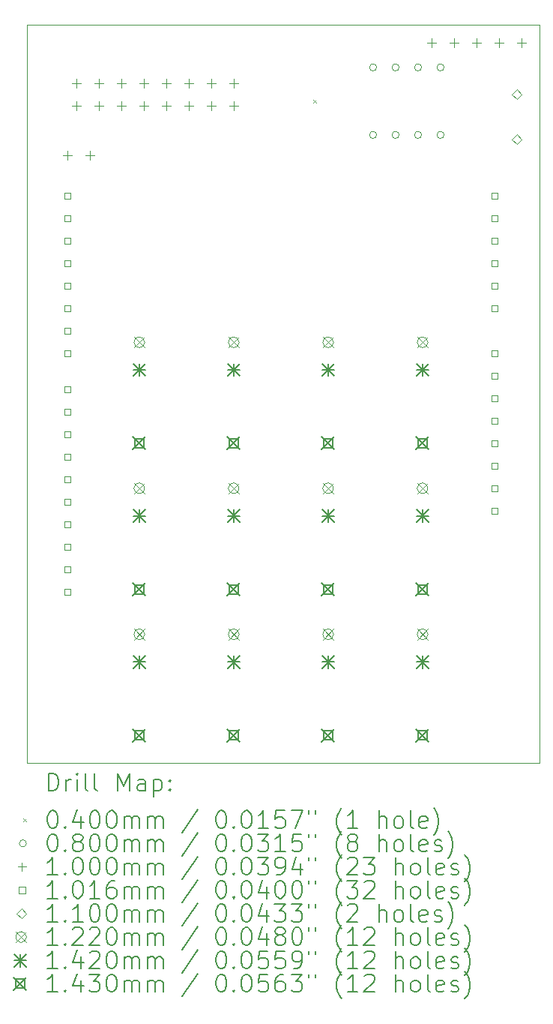
<source format=gbr>
%TF.GenerationSoftware,KiCad,Pcbnew,7.0.1*%
%TF.CreationDate,2023-05-11T17:19:37+02:00*%
%TF.ProjectId,midi-interface,6d696469-2d69-46e7-9465-72666163652e,rev?*%
%TF.SameCoordinates,Original*%
%TF.FileFunction,Drillmap*%
%TF.FilePolarity,Positive*%
%FSLAX45Y45*%
G04 Gerber Fmt 4.5, Leading zero omitted, Abs format (unit mm)*
G04 Created by KiCad (PCBNEW 7.0.1) date 2023-05-11 17:19:37*
%MOMM*%
%LPD*%
G01*
G04 APERTURE LIST*
%ADD10C,0.100000*%
%ADD11C,0.200000*%
%ADD12C,0.040000*%
%ADD13C,0.080000*%
%ADD14C,0.101600*%
%ADD15C,0.110000*%
%ADD16C,0.122000*%
%ADD17C,0.142000*%
%ADD18C,0.143000*%
G04 APERTURE END LIST*
D10*
X9144000Y-6451600D02*
X14935200Y-6451600D01*
X14935200Y-14782800D01*
X9144000Y-14782800D01*
X9144000Y-6451600D01*
D11*
D12*
X12375200Y-7295200D02*
X12415200Y-7335200D01*
X12415200Y-7295200D02*
X12375200Y-7335200D01*
D13*
X13095600Y-6933200D02*
G75*
G03*
X13095600Y-6933200I-40000J0D01*
G01*
X13095600Y-7695200D02*
G75*
G03*
X13095600Y-7695200I-40000J0D01*
G01*
X13349600Y-6933200D02*
G75*
G03*
X13349600Y-6933200I-40000J0D01*
G01*
X13349600Y-7695200D02*
G75*
G03*
X13349600Y-7695200I-40000J0D01*
G01*
X13603600Y-6933200D02*
G75*
G03*
X13603600Y-6933200I-40000J0D01*
G01*
X13603600Y-7695200D02*
G75*
G03*
X13603600Y-7695200I-40000J0D01*
G01*
X13857600Y-6933200D02*
G75*
G03*
X13857600Y-6933200I-40000J0D01*
G01*
X13857600Y-7695200D02*
G75*
G03*
X13857600Y-7695200I-40000J0D01*
G01*
D10*
X9601200Y-7874800D02*
X9601200Y-7974800D01*
X9551200Y-7924800D02*
X9651200Y-7924800D01*
X9702800Y-7062000D02*
X9702800Y-7162000D01*
X9652800Y-7112000D02*
X9752800Y-7112000D01*
X9702800Y-7316000D02*
X9702800Y-7416000D01*
X9652800Y-7366000D02*
X9752800Y-7366000D01*
X9855200Y-7874800D02*
X9855200Y-7974800D01*
X9805200Y-7924800D02*
X9905200Y-7924800D01*
X9956800Y-7062000D02*
X9956800Y-7162000D01*
X9906800Y-7112000D02*
X10006800Y-7112000D01*
X9956800Y-7316000D02*
X9956800Y-7416000D01*
X9906800Y-7366000D02*
X10006800Y-7366000D01*
X10210800Y-7062000D02*
X10210800Y-7162000D01*
X10160800Y-7112000D02*
X10260800Y-7112000D01*
X10210800Y-7316000D02*
X10210800Y-7416000D01*
X10160800Y-7366000D02*
X10260800Y-7366000D01*
X10464800Y-7062000D02*
X10464800Y-7162000D01*
X10414800Y-7112000D02*
X10514800Y-7112000D01*
X10464800Y-7316000D02*
X10464800Y-7416000D01*
X10414800Y-7366000D02*
X10514800Y-7366000D01*
X10718800Y-7062000D02*
X10718800Y-7162000D01*
X10668800Y-7112000D02*
X10768800Y-7112000D01*
X10718800Y-7316000D02*
X10718800Y-7416000D01*
X10668800Y-7366000D02*
X10768800Y-7366000D01*
X10972800Y-7062000D02*
X10972800Y-7162000D01*
X10922800Y-7112000D02*
X11022800Y-7112000D01*
X10972800Y-7316000D02*
X10972800Y-7416000D01*
X10922800Y-7366000D02*
X11022800Y-7366000D01*
X11226800Y-7062000D02*
X11226800Y-7162000D01*
X11176800Y-7112000D02*
X11276800Y-7112000D01*
X11226800Y-7316000D02*
X11226800Y-7416000D01*
X11176800Y-7366000D02*
X11276800Y-7366000D01*
X11480800Y-7062000D02*
X11480800Y-7162000D01*
X11430800Y-7112000D02*
X11530800Y-7112000D01*
X11480800Y-7316000D02*
X11480800Y-7416000D01*
X11430800Y-7366000D02*
X11530800Y-7366000D01*
X13716000Y-6604800D02*
X13716000Y-6704800D01*
X13666000Y-6654800D02*
X13766000Y-6654800D01*
X13970000Y-6604800D02*
X13970000Y-6704800D01*
X13920000Y-6654800D02*
X14020000Y-6654800D01*
X14224000Y-6604800D02*
X14224000Y-6704800D01*
X14174000Y-6654800D02*
X14274000Y-6654800D01*
X14478000Y-6604800D02*
X14478000Y-6704800D01*
X14428000Y-6654800D02*
X14528000Y-6654800D01*
X14732000Y-6604800D02*
X14732000Y-6704800D01*
X14682000Y-6654800D02*
X14782000Y-6654800D01*
D14*
X9637121Y-8417921D02*
X9637121Y-8346079D01*
X9565279Y-8346079D01*
X9565279Y-8417921D01*
X9637121Y-8417921D01*
X9637121Y-8671921D02*
X9637121Y-8600079D01*
X9565279Y-8600079D01*
X9565279Y-8671921D01*
X9637121Y-8671921D01*
X9637121Y-8925921D02*
X9637121Y-8854079D01*
X9565279Y-8854079D01*
X9565279Y-8925921D01*
X9637121Y-8925921D01*
X9637121Y-9179921D02*
X9637121Y-9108079D01*
X9565279Y-9108079D01*
X9565279Y-9179921D01*
X9637121Y-9179921D01*
X9637121Y-9433921D02*
X9637121Y-9362079D01*
X9565279Y-9362079D01*
X9565279Y-9433921D01*
X9637121Y-9433921D01*
X9637121Y-9687921D02*
X9637121Y-9616079D01*
X9565279Y-9616079D01*
X9565279Y-9687921D01*
X9637121Y-9687921D01*
X9637121Y-9941921D02*
X9637121Y-9870079D01*
X9565279Y-9870079D01*
X9565279Y-9941921D01*
X9637121Y-9941921D01*
X9637121Y-10195921D02*
X9637121Y-10124079D01*
X9565279Y-10124079D01*
X9565279Y-10195921D01*
X9637121Y-10195921D01*
X9637121Y-10602321D02*
X9637121Y-10530479D01*
X9565279Y-10530479D01*
X9565279Y-10602321D01*
X9637121Y-10602321D01*
X9637121Y-10856321D02*
X9637121Y-10784479D01*
X9565279Y-10784479D01*
X9565279Y-10856321D01*
X9637121Y-10856321D01*
X9637121Y-11110321D02*
X9637121Y-11038479D01*
X9565279Y-11038479D01*
X9565279Y-11110321D01*
X9637121Y-11110321D01*
X9637121Y-11364321D02*
X9637121Y-11292479D01*
X9565279Y-11292479D01*
X9565279Y-11364321D01*
X9637121Y-11364321D01*
X9637121Y-11618321D02*
X9637121Y-11546479D01*
X9565279Y-11546479D01*
X9565279Y-11618321D01*
X9637121Y-11618321D01*
X9637121Y-11872321D02*
X9637121Y-11800479D01*
X9565279Y-11800479D01*
X9565279Y-11872321D01*
X9637121Y-11872321D01*
X9637121Y-12126321D02*
X9637121Y-12054479D01*
X9565279Y-12054479D01*
X9565279Y-12126321D01*
X9637121Y-12126321D01*
X9637121Y-12380321D02*
X9637121Y-12308479D01*
X9565279Y-12308479D01*
X9565279Y-12380321D01*
X9637121Y-12380321D01*
X9637121Y-12634321D02*
X9637121Y-12562479D01*
X9565279Y-12562479D01*
X9565279Y-12634321D01*
X9637121Y-12634321D01*
X9637121Y-12888321D02*
X9637121Y-12816479D01*
X9565279Y-12816479D01*
X9565279Y-12888321D01*
X9637121Y-12888321D01*
X14463121Y-8417921D02*
X14463121Y-8346079D01*
X14391279Y-8346079D01*
X14391279Y-8417921D01*
X14463121Y-8417921D01*
X14463121Y-8671921D02*
X14463121Y-8600079D01*
X14391279Y-8600079D01*
X14391279Y-8671921D01*
X14463121Y-8671921D01*
X14463121Y-8925921D02*
X14463121Y-8854079D01*
X14391279Y-8854079D01*
X14391279Y-8925921D01*
X14463121Y-8925921D01*
X14463121Y-9179921D02*
X14463121Y-9108079D01*
X14391279Y-9108079D01*
X14391279Y-9179921D01*
X14463121Y-9179921D01*
X14463121Y-9433921D02*
X14463121Y-9362079D01*
X14391279Y-9362079D01*
X14391279Y-9433921D01*
X14463121Y-9433921D01*
X14463121Y-9687921D02*
X14463121Y-9616079D01*
X14391279Y-9616079D01*
X14391279Y-9687921D01*
X14463121Y-9687921D01*
X14463121Y-10195921D02*
X14463121Y-10124079D01*
X14391279Y-10124079D01*
X14391279Y-10195921D01*
X14463121Y-10195921D01*
X14463121Y-10449921D02*
X14463121Y-10378079D01*
X14391279Y-10378079D01*
X14391279Y-10449921D01*
X14463121Y-10449921D01*
X14463121Y-10703921D02*
X14463121Y-10632079D01*
X14391279Y-10632079D01*
X14391279Y-10703921D01*
X14463121Y-10703921D01*
X14463121Y-10957921D02*
X14463121Y-10886079D01*
X14391279Y-10886079D01*
X14391279Y-10957921D01*
X14463121Y-10957921D01*
X14463121Y-11211921D02*
X14463121Y-11140079D01*
X14391279Y-11140079D01*
X14391279Y-11211921D01*
X14463121Y-11211921D01*
X14463121Y-11465921D02*
X14463121Y-11394079D01*
X14391279Y-11394079D01*
X14391279Y-11465921D01*
X14463121Y-11465921D01*
X14463121Y-11719921D02*
X14463121Y-11648079D01*
X14391279Y-11648079D01*
X14391279Y-11719921D01*
X14463121Y-11719921D01*
X14463121Y-11973921D02*
X14463121Y-11902079D01*
X14391279Y-11902079D01*
X14391279Y-11973921D01*
X14463121Y-11973921D01*
D15*
X14681200Y-7290382D02*
X14736200Y-7235382D01*
X14681200Y-7180382D01*
X14626200Y-7235382D01*
X14681200Y-7290382D01*
X14681200Y-7798382D02*
X14736200Y-7743382D01*
X14681200Y-7688382D01*
X14626200Y-7743382D01*
X14681200Y-7798382D01*
D16*
X10353000Y-9975000D02*
X10475000Y-10097000D01*
X10475000Y-9975000D02*
X10353000Y-10097000D01*
X10475000Y-10036000D02*
G75*
G03*
X10475000Y-10036000I-61000J0D01*
G01*
X10353000Y-11623000D02*
X10475000Y-11745000D01*
X10475000Y-11623000D02*
X10353000Y-11745000D01*
X10475000Y-11684000D02*
G75*
G03*
X10475000Y-11684000I-61000J0D01*
G01*
X10353000Y-13271000D02*
X10475000Y-13393000D01*
X10475000Y-13271000D02*
X10353000Y-13393000D01*
X10475000Y-13332000D02*
G75*
G03*
X10475000Y-13332000I-61000J0D01*
G01*
X11419800Y-9975000D02*
X11541800Y-10097000D01*
X11541800Y-9975000D02*
X11419800Y-10097000D01*
X11541800Y-10036000D02*
G75*
G03*
X11541800Y-10036000I-61000J0D01*
G01*
X11419800Y-11623000D02*
X11541800Y-11745000D01*
X11541800Y-11623000D02*
X11419800Y-11745000D01*
X11541800Y-11684000D02*
G75*
G03*
X11541800Y-11684000I-61000J0D01*
G01*
X11419800Y-13271000D02*
X11541800Y-13393000D01*
X11541800Y-13271000D02*
X11419800Y-13393000D01*
X11541800Y-13332000D02*
G75*
G03*
X11541800Y-13332000I-61000J0D01*
G01*
X12486600Y-9975000D02*
X12608600Y-10097000D01*
X12608600Y-9975000D02*
X12486600Y-10097000D01*
X12608600Y-10036000D02*
G75*
G03*
X12608600Y-10036000I-61000J0D01*
G01*
X12486600Y-11623000D02*
X12608600Y-11745000D01*
X12608600Y-11623000D02*
X12486600Y-11745000D01*
X12608600Y-11684000D02*
G75*
G03*
X12608600Y-11684000I-61000J0D01*
G01*
X12486600Y-13271000D02*
X12608600Y-13393000D01*
X12608600Y-13271000D02*
X12486600Y-13393000D01*
X12608600Y-13332000D02*
G75*
G03*
X12608600Y-13332000I-61000J0D01*
G01*
X13553400Y-9975000D02*
X13675400Y-10097000D01*
X13675400Y-9975000D02*
X13553400Y-10097000D01*
X13675400Y-10036000D02*
G75*
G03*
X13675400Y-10036000I-61000J0D01*
G01*
X13553400Y-11623000D02*
X13675400Y-11745000D01*
X13675400Y-11623000D02*
X13553400Y-11745000D01*
X13675400Y-11684000D02*
G75*
G03*
X13675400Y-11684000I-61000J0D01*
G01*
X13553400Y-13271000D02*
X13675400Y-13393000D01*
X13675400Y-13271000D02*
X13553400Y-13393000D01*
X13675400Y-13332000D02*
G75*
G03*
X13675400Y-13332000I-61000J0D01*
G01*
D17*
X10343000Y-10275000D02*
X10485000Y-10417000D01*
X10485000Y-10275000D02*
X10343000Y-10417000D01*
X10414000Y-10275000D02*
X10414000Y-10417000D01*
X10343000Y-10346000D02*
X10485000Y-10346000D01*
X10343000Y-11923000D02*
X10485000Y-12065000D01*
X10485000Y-11923000D02*
X10343000Y-12065000D01*
X10414000Y-11923000D02*
X10414000Y-12065000D01*
X10343000Y-11994000D02*
X10485000Y-11994000D01*
X10343000Y-13571000D02*
X10485000Y-13713000D01*
X10485000Y-13571000D02*
X10343000Y-13713000D01*
X10414000Y-13571000D02*
X10414000Y-13713000D01*
X10343000Y-13642000D02*
X10485000Y-13642000D01*
X11409800Y-10275000D02*
X11551800Y-10417000D01*
X11551800Y-10275000D02*
X11409800Y-10417000D01*
X11480800Y-10275000D02*
X11480800Y-10417000D01*
X11409800Y-10346000D02*
X11551800Y-10346000D01*
X11409800Y-11923000D02*
X11551800Y-12065000D01*
X11551800Y-11923000D02*
X11409800Y-12065000D01*
X11480800Y-11923000D02*
X11480800Y-12065000D01*
X11409800Y-11994000D02*
X11551800Y-11994000D01*
X11409800Y-13571000D02*
X11551800Y-13713000D01*
X11551800Y-13571000D02*
X11409800Y-13713000D01*
X11480800Y-13571000D02*
X11480800Y-13713000D01*
X11409800Y-13642000D02*
X11551800Y-13642000D01*
X12476600Y-10275000D02*
X12618600Y-10417000D01*
X12618600Y-10275000D02*
X12476600Y-10417000D01*
X12547600Y-10275000D02*
X12547600Y-10417000D01*
X12476600Y-10346000D02*
X12618600Y-10346000D01*
X12476600Y-11923000D02*
X12618600Y-12065000D01*
X12618600Y-11923000D02*
X12476600Y-12065000D01*
X12547600Y-11923000D02*
X12547600Y-12065000D01*
X12476600Y-11994000D02*
X12618600Y-11994000D01*
X12476600Y-13571000D02*
X12618600Y-13713000D01*
X12618600Y-13571000D02*
X12476600Y-13713000D01*
X12547600Y-13571000D02*
X12547600Y-13713000D01*
X12476600Y-13642000D02*
X12618600Y-13642000D01*
X13543400Y-10275000D02*
X13685400Y-10417000D01*
X13685400Y-10275000D02*
X13543400Y-10417000D01*
X13614400Y-10275000D02*
X13614400Y-10417000D01*
X13543400Y-10346000D02*
X13685400Y-10346000D01*
X13543400Y-11923000D02*
X13685400Y-12065000D01*
X13685400Y-11923000D02*
X13543400Y-12065000D01*
X13614400Y-11923000D02*
X13614400Y-12065000D01*
X13543400Y-11994000D02*
X13685400Y-11994000D01*
X13543400Y-13571000D02*
X13685400Y-13713000D01*
X13685400Y-13571000D02*
X13543400Y-13713000D01*
X13614400Y-13571000D02*
X13614400Y-13713000D01*
X13543400Y-13642000D02*
X13685400Y-13642000D01*
D18*
X10342500Y-11104500D02*
X10485500Y-11247500D01*
X10485500Y-11104500D02*
X10342500Y-11247500D01*
X10464559Y-11226559D02*
X10464559Y-11125441D01*
X10363441Y-11125441D01*
X10363441Y-11226559D01*
X10464559Y-11226559D01*
X10342500Y-12752500D02*
X10485500Y-12895500D01*
X10485500Y-12752500D02*
X10342500Y-12895500D01*
X10464559Y-12874559D02*
X10464559Y-12773441D01*
X10363441Y-12773441D01*
X10363441Y-12874559D01*
X10464559Y-12874559D01*
X10342500Y-14400500D02*
X10485500Y-14543500D01*
X10485500Y-14400500D02*
X10342500Y-14543500D01*
X10464559Y-14522559D02*
X10464559Y-14421441D01*
X10363441Y-14421441D01*
X10363441Y-14522559D01*
X10464559Y-14522559D01*
X11409300Y-11104500D02*
X11552300Y-11247500D01*
X11552300Y-11104500D02*
X11409300Y-11247500D01*
X11531359Y-11226559D02*
X11531359Y-11125441D01*
X11430241Y-11125441D01*
X11430241Y-11226559D01*
X11531359Y-11226559D01*
X11409300Y-12752500D02*
X11552300Y-12895500D01*
X11552300Y-12752500D02*
X11409300Y-12895500D01*
X11531359Y-12874559D02*
X11531359Y-12773441D01*
X11430241Y-12773441D01*
X11430241Y-12874559D01*
X11531359Y-12874559D01*
X11409300Y-14400500D02*
X11552300Y-14543500D01*
X11552300Y-14400500D02*
X11409300Y-14543500D01*
X11531359Y-14522559D02*
X11531359Y-14421441D01*
X11430241Y-14421441D01*
X11430241Y-14522559D01*
X11531359Y-14522559D01*
X12476100Y-11104500D02*
X12619100Y-11247500D01*
X12619100Y-11104500D02*
X12476100Y-11247500D01*
X12598159Y-11226559D02*
X12598159Y-11125441D01*
X12497041Y-11125441D01*
X12497041Y-11226559D01*
X12598159Y-11226559D01*
X12476100Y-12752500D02*
X12619100Y-12895500D01*
X12619100Y-12752500D02*
X12476100Y-12895500D01*
X12598159Y-12874559D02*
X12598159Y-12773441D01*
X12497041Y-12773441D01*
X12497041Y-12874559D01*
X12598159Y-12874559D01*
X12476100Y-14400500D02*
X12619100Y-14543500D01*
X12619100Y-14400500D02*
X12476100Y-14543500D01*
X12598159Y-14522559D02*
X12598159Y-14421441D01*
X12497041Y-14421441D01*
X12497041Y-14522559D01*
X12598159Y-14522559D01*
X13542900Y-11104500D02*
X13685900Y-11247500D01*
X13685900Y-11104500D02*
X13542900Y-11247500D01*
X13664959Y-11226559D02*
X13664959Y-11125441D01*
X13563841Y-11125441D01*
X13563841Y-11226559D01*
X13664959Y-11226559D01*
X13542900Y-12752500D02*
X13685900Y-12895500D01*
X13685900Y-12752500D02*
X13542900Y-12895500D01*
X13664959Y-12874559D02*
X13664959Y-12773441D01*
X13563841Y-12773441D01*
X13563841Y-12874559D01*
X13664959Y-12874559D01*
X13542900Y-14400500D02*
X13685900Y-14543500D01*
X13685900Y-14400500D02*
X13542900Y-14543500D01*
X13664959Y-14522559D02*
X13664959Y-14421441D01*
X13563841Y-14421441D01*
X13563841Y-14522559D01*
X13664959Y-14522559D01*
D11*
X9386619Y-15100324D02*
X9386619Y-14900324D01*
X9386619Y-14900324D02*
X9434238Y-14900324D01*
X9434238Y-14900324D02*
X9462810Y-14909848D01*
X9462810Y-14909848D02*
X9481857Y-14928895D01*
X9481857Y-14928895D02*
X9491381Y-14947943D01*
X9491381Y-14947943D02*
X9500905Y-14986038D01*
X9500905Y-14986038D02*
X9500905Y-15014609D01*
X9500905Y-15014609D02*
X9491381Y-15052705D01*
X9491381Y-15052705D02*
X9481857Y-15071752D01*
X9481857Y-15071752D02*
X9462810Y-15090800D01*
X9462810Y-15090800D02*
X9434238Y-15100324D01*
X9434238Y-15100324D02*
X9386619Y-15100324D01*
X9586619Y-15100324D02*
X9586619Y-14966990D01*
X9586619Y-15005086D02*
X9596143Y-14986038D01*
X9596143Y-14986038D02*
X9605667Y-14976514D01*
X9605667Y-14976514D02*
X9624714Y-14966990D01*
X9624714Y-14966990D02*
X9643762Y-14966990D01*
X9710429Y-15100324D02*
X9710429Y-14966990D01*
X9710429Y-14900324D02*
X9700905Y-14909848D01*
X9700905Y-14909848D02*
X9710429Y-14919371D01*
X9710429Y-14919371D02*
X9719952Y-14909848D01*
X9719952Y-14909848D02*
X9710429Y-14900324D01*
X9710429Y-14900324D02*
X9710429Y-14919371D01*
X9834238Y-15100324D02*
X9815190Y-15090800D01*
X9815190Y-15090800D02*
X9805667Y-15071752D01*
X9805667Y-15071752D02*
X9805667Y-14900324D01*
X9939000Y-15100324D02*
X9919952Y-15090800D01*
X9919952Y-15090800D02*
X9910429Y-15071752D01*
X9910429Y-15071752D02*
X9910429Y-14900324D01*
X10167571Y-15100324D02*
X10167571Y-14900324D01*
X10167571Y-14900324D02*
X10234238Y-15043181D01*
X10234238Y-15043181D02*
X10300905Y-14900324D01*
X10300905Y-14900324D02*
X10300905Y-15100324D01*
X10481857Y-15100324D02*
X10481857Y-14995562D01*
X10481857Y-14995562D02*
X10472333Y-14976514D01*
X10472333Y-14976514D02*
X10453286Y-14966990D01*
X10453286Y-14966990D02*
X10415190Y-14966990D01*
X10415190Y-14966990D02*
X10396143Y-14976514D01*
X10481857Y-15090800D02*
X10462810Y-15100324D01*
X10462810Y-15100324D02*
X10415190Y-15100324D01*
X10415190Y-15100324D02*
X10396143Y-15090800D01*
X10396143Y-15090800D02*
X10386619Y-15071752D01*
X10386619Y-15071752D02*
X10386619Y-15052705D01*
X10386619Y-15052705D02*
X10396143Y-15033657D01*
X10396143Y-15033657D02*
X10415190Y-15024133D01*
X10415190Y-15024133D02*
X10462810Y-15024133D01*
X10462810Y-15024133D02*
X10481857Y-15014609D01*
X10577095Y-14966990D02*
X10577095Y-15166990D01*
X10577095Y-14976514D02*
X10596143Y-14966990D01*
X10596143Y-14966990D02*
X10634238Y-14966990D01*
X10634238Y-14966990D02*
X10653286Y-14976514D01*
X10653286Y-14976514D02*
X10662810Y-14986038D01*
X10662810Y-14986038D02*
X10672333Y-15005086D01*
X10672333Y-15005086D02*
X10672333Y-15062228D01*
X10672333Y-15062228D02*
X10662810Y-15081276D01*
X10662810Y-15081276D02*
X10653286Y-15090800D01*
X10653286Y-15090800D02*
X10634238Y-15100324D01*
X10634238Y-15100324D02*
X10596143Y-15100324D01*
X10596143Y-15100324D02*
X10577095Y-15090800D01*
X10758048Y-15081276D02*
X10767571Y-15090800D01*
X10767571Y-15090800D02*
X10758048Y-15100324D01*
X10758048Y-15100324D02*
X10748524Y-15090800D01*
X10748524Y-15090800D02*
X10758048Y-15081276D01*
X10758048Y-15081276D02*
X10758048Y-15100324D01*
X10758048Y-14976514D02*
X10767571Y-14986038D01*
X10767571Y-14986038D02*
X10758048Y-14995562D01*
X10758048Y-14995562D02*
X10748524Y-14986038D01*
X10748524Y-14986038D02*
X10758048Y-14976514D01*
X10758048Y-14976514D02*
X10758048Y-14995562D01*
D12*
X9099000Y-15407800D02*
X9139000Y-15447800D01*
X9139000Y-15407800D02*
X9099000Y-15447800D01*
D11*
X9424714Y-15320324D02*
X9443762Y-15320324D01*
X9443762Y-15320324D02*
X9462810Y-15329848D01*
X9462810Y-15329848D02*
X9472333Y-15339371D01*
X9472333Y-15339371D02*
X9481857Y-15358419D01*
X9481857Y-15358419D02*
X9491381Y-15396514D01*
X9491381Y-15396514D02*
X9491381Y-15444133D01*
X9491381Y-15444133D02*
X9481857Y-15482228D01*
X9481857Y-15482228D02*
X9472333Y-15501276D01*
X9472333Y-15501276D02*
X9462810Y-15510800D01*
X9462810Y-15510800D02*
X9443762Y-15520324D01*
X9443762Y-15520324D02*
X9424714Y-15520324D01*
X9424714Y-15520324D02*
X9405667Y-15510800D01*
X9405667Y-15510800D02*
X9396143Y-15501276D01*
X9396143Y-15501276D02*
X9386619Y-15482228D01*
X9386619Y-15482228D02*
X9377095Y-15444133D01*
X9377095Y-15444133D02*
X9377095Y-15396514D01*
X9377095Y-15396514D02*
X9386619Y-15358419D01*
X9386619Y-15358419D02*
X9396143Y-15339371D01*
X9396143Y-15339371D02*
X9405667Y-15329848D01*
X9405667Y-15329848D02*
X9424714Y-15320324D01*
X9577095Y-15501276D02*
X9586619Y-15510800D01*
X9586619Y-15510800D02*
X9577095Y-15520324D01*
X9577095Y-15520324D02*
X9567571Y-15510800D01*
X9567571Y-15510800D02*
X9577095Y-15501276D01*
X9577095Y-15501276D02*
X9577095Y-15520324D01*
X9758048Y-15386990D02*
X9758048Y-15520324D01*
X9710429Y-15310800D02*
X9662810Y-15453657D01*
X9662810Y-15453657D02*
X9786619Y-15453657D01*
X9900905Y-15320324D02*
X9919952Y-15320324D01*
X9919952Y-15320324D02*
X9939000Y-15329848D01*
X9939000Y-15329848D02*
X9948524Y-15339371D01*
X9948524Y-15339371D02*
X9958048Y-15358419D01*
X9958048Y-15358419D02*
X9967571Y-15396514D01*
X9967571Y-15396514D02*
X9967571Y-15444133D01*
X9967571Y-15444133D02*
X9958048Y-15482228D01*
X9958048Y-15482228D02*
X9948524Y-15501276D01*
X9948524Y-15501276D02*
X9939000Y-15510800D01*
X9939000Y-15510800D02*
X9919952Y-15520324D01*
X9919952Y-15520324D02*
X9900905Y-15520324D01*
X9900905Y-15520324D02*
X9881857Y-15510800D01*
X9881857Y-15510800D02*
X9872333Y-15501276D01*
X9872333Y-15501276D02*
X9862810Y-15482228D01*
X9862810Y-15482228D02*
X9853286Y-15444133D01*
X9853286Y-15444133D02*
X9853286Y-15396514D01*
X9853286Y-15396514D02*
X9862810Y-15358419D01*
X9862810Y-15358419D02*
X9872333Y-15339371D01*
X9872333Y-15339371D02*
X9881857Y-15329848D01*
X9881857Y-15329848D02*
X9900905Y-15320324D01*
X10091381Y-15320324D02*
X10110429Y-15320324D01*
X10110429Y-15320324D02*
X10129476Y-15329848D01*
X10129476Y-15329848D02*
X10139000Y-15339371D01*
X10139000Y-15339371D02*
X10148524Y-15358419D01*
X10148524Y-15358419D02*
X10158048Y-15396514D01*
X10158048Y-15396514D02*
X10158048Y-15444133D01*
X10158048Y-15444133D02*
X10148524Y-15482228D01*
X10148524Y-15482228D02*
X10139000Y-15501276D01*
X10139000Y-15501276D02*
X10129476Y-15510800D01*
X10129476Y-15510800D02*
X10110429Y-15520324D01*
X10110429Y-15520324D02*
X10091381Y-15520324D01*
X10091381Y-15520324D02*
X10072333Y-15510800D01*
X10072333Y-15510800D02*
X10062810Y-15501276D01*
X10062810Y-15501276D02*
X10053286Y-15482228D01*
X10053286Y-15482228D02*
X10043762Y-15444133D01*
X10043762Y-15444133D02*
X10043762Y-15396514D01*
X10043762Y-15396514D02*
X10053286Y-15358419D01*
X10053286Y-15358419D02*
X10062810Y-15339371D01*
X10062810Y-15339371D02*
X10072333Y-15329848D01*
X10072333Y-15329848D02*
X10091381Y-15320324D01*
X10243762Y-15520324D02*
X10243762Y-15386990D01*
X10243762Y-15406038D02*
X10253286Y-15396514D01*
X10253286Y-15396514D02*
X10272333Y-15386990D01*
X10272333Y-15386990D02*
X10300905Y-15386990D01*
X10300905Y-15386990D02*
X10319952Y-15396514D01*
X10319952Y-15396514D02*
X10329476Y-15415562D01*
X10329476Y-15415562D02*
X10329476Y-15520324D01*
X10329476Y-15415562D02*
X10339000Y-15396514D01*
X10339000Y-15396514D02*
X10358048Y-15386990D01*
X10358048Y-15386990D02*
X10386619Y-15386990D01*
X10386619Y-15386990D02*
X10405667Y-15396514D01*
X10405667Y-15396514D02*
X10415191Y-15415562D01*
X10415191Y-15415562D02*
X10415191Y-15520324D01*
X10510429Y-15520324D02*
X10510429Y-15386990D01*
X10510429Y-15406038D02*
X10519952Y-15396514D01*
X10519952Y-15396514D02*
X10539000Y-15386990D01*
X10539000Y-15386990D02*
X10567572Y-15386990D01*
X10567572Y-15386990D02*
X10586619Y-15396514D01*
X10586619Y-15396514D02*
X10596143Y-15415562D01*
X10596143Y-15415562D02*
X10596143Y-15520324D01*
X10596143Y-15415562D02*
X10605667Y-15396514D01*
X10605667Y-15396514D02*
X10624714Y-15386990D01*
X10624714Y-15386990D02*
X10653286Y-15386990D01*
X10653286Y-15386990D02*
X10672333Y-15396514D01*
X10672333Y-15396514D02*
X10681857Y-15415562D01*
X10681857Y-15415562D02*
X10681857Y-15520324D01*
X11072333Y-15310800D02*
X10900905Y-15567943D01*
X11329476Y-15320324D02*
X11348524Y-15320324D01*
X11348524Y-15320324D02*
X11367572Y-15329848D01*
X11367572Y-15329848D02*
X11377095Y-15339371D01*
X11377095Y-15339371D02*
X11386619Y-15358419D01*
X11386619Y-15358419D02*
X11396143Y-15396514D01*
X11396143Y-15396514D02*
X11396143Y-15444133D01*
X11396143Y-15444133D02*
X11386619Y-15482228D01*
X11386619Y-15482228D02*
X11377095Y-15501276D01*
X11377095Y-15501276D02*
X11367572Y-15510800D01*
X11367572Y-15510800D02*
X11348524Y-15520324D01*
X11348524Y-15520324D02*
X11329476Y-15520324D01*
X11329476Y-15520324D02*
X11310429Y-15510800D01*
X11310429Y-15510800D02*
X11300905Y-15501276D01*
X11300905Y-15501276D02*
X11291381Y-15482228D01*
X11291381Y-15482228D02*
X11281857Y-15444133D01*
X11281857Y-15444133D02*
X11281857Y-15396514D01*
X11281857Y-15396514D02*
X11291381Y-15358419D01*
X11291381Y-15358419D02*
X11300905Y-15339371D01*
X11300905Y-15339371D02*
X11310429Y-15329848D01*
X11310429Y-15329848D02*
X11329476Y-15320324D01*
X11481857Y-15501276D02*
X11491381Y-15510800D01*
X11491381Y-15510800D02*
X11481857Y-15520324D01*
X11481857Y-15520324D02*
X11472333Y-15510800D01*
X11472333Y-15510800D02*
X11481857Y-15501276D01*
X11481857Y-15501276D02*
X11481857Y-15520324D01*
X11615191Y-15320324D02*
X11634238Y-15320324D01*
X11634238Y-15320324D02*
X11653286Y-15329848D01*
X11653286Y-15329848D02*
X11662810Y-15339371D01*
X11662810Y-15339371D02*
X11672333Y-15358419D01*
X11672333Y-15358419D02*
X11681857Y-15396514D01*
X11681857Y-15396514D02*
X11681857Y-15444133D01*
X11681857Y-15444133D02*
X11672333Y-15482228D01*
X11672333Y-15482228D02*
X11662810Y-15501276D01*
X11662810Y-15501276D02*
X11653286Y-15510800D01*
X11653286Y-15510800D02*
X11634238Y-15520324D01*
X11634238Y-15520324D02*
X11615191Y-15520324D01*
X11615191Y-15520324D02*
X11596143Y-15510800D01*
X11596143Y-15510800D02*
X11586619Y-15501276D01*
X11586619Y-15501276D02*
X11577095Y-15482228D01*
X11577095Y-15482228D02*
X11567572Y-15444133D01*
X11567572Y-15444133D02*
X11567572Y-15396514D01*
X11567572Y-15396514D02*
X11577095Y-15358419D01*
X11577095Y-15358419D02*
X11586619Y-15339371D01*
X11586619Y-15339371D02*
X11596143Y-15329848D01*
X11596143Y-15329848D02*
X11615191Y-15320324D01*
X11872333Y-15520324D02*
X11758048Y-15520324D01*
X11815191Y-15520324D02*
X11815191Y-15320324D01*
X11815191Y-15320324D02*
X11796143Y-15348895D01*
X11796143Y-15348895D02*
X11777095Y-15367943D01*
X11777095Y-15367943D02*
X11758048Y-15377467D01*
X12053286Y-15320324D02*
X11958048Y-15320324D01*
X11958048Y-15320324D02*
X11948524Y-15415562D01*
X11948524Y-15415562D02*
X11958048Y-15406038D01*
X11958048Y-15406038D02*
X11977095Y-15396514D01*
X11977095Y-15396514D02*
X12024714Y-15396514D01*
X12024714Y-15396514D02*
X12043762Y-15406038D01*
X12043762Y-15406038D02*
X12053286Y-15415562D01*
X12053286Y-15415562D02*
X12062810Y-15434609D01*
X12062810Y-15434609D02*
X12062810Y-15482228D01*
X12062810Y-15482228D02*
X12053286Y-15501276D01*
X12053286Y-15501276D02*
X12043762Y-15510800D01*
X12043762Y-15510800D02*
X12024714Y-15520324D01*
X12024714Y-15520324D02*
X11977095Y-15520324D01*
X11977095Y-15520324D02*
X11958048Y-15510800D01*
X11958048Y-15510800D02*
X11948524Y-15501276D01*
X12129476Y-15320324D02*
X12262810Y-15320324D01*
X12262810Y-15320324D02*
X12177095Y-15520324D01*
X12329476Y-15320324D02*
X12329476Y-15358419D01*
X12405667Y-15320324D02*
X12405667Y-15358419D01*
X12700905Y-15596514D02*
X12691381Y-15586990D01*
X12691381Y-15586990D02*
X12672334Y-15558419D01*
X12672334Y-15558419D02*
X12662810Y-15539371D01*
X12662810Y-15539371D02*
X12653286Y-15510800D01*
X12653286Y-15510800D02*
X12643762Y-15463181D01*
X12643762Y-15463181D02*
X12643762Y-15425086D01*
X12643762Y-15425086D02*
X12653286Y-15377467D01*
X12653286Y-15377467D02*
X12662810Y-15348895D01*
X12662810Y-15348895D02*
X12672334Y-15329848D01*
X12672334Y-15329848D02*
X12691381Y-15301276D01*
X12691381Y-15301276D02*
X12700905Y-15291752D01*
X12881857Y-15520324D02*
X12767572Y-15520324D01*
X12824714Y-15520324D02*
X12824714Y-15320324D01*
X12824714Y-15320324D02*
X12805667Y-15348895D01*
X12805667Y-15348895D02*
X12786619Y-15367943D01*
X12786619Y-15367943D02*
X12767572Y-15377467D01*
X13119953Y-15520324D02*
X13119953Y-15320324D01*
X13205667Y-15520324D02*
X13205667Y-15415562D01*
X13205667Y-15415562D02*
X13196143Y-15396514D01*
X13196143Y-15396514D02*
X13177096Y-15386990D01*
X13177096Y-15386990D02*
X13148524Y-15386990D01*
X13148524Y-15386990D02*
X13129476Y-15396514D01*
X13129476Y-15396514D02*
X13119953Y-15406038D01*
X13329476Y-15520324D02*
X13310429Y-15510800D01*
X13310429Y-15510800D02*
X13300905Y-15501276D01*
X13300905Y-15501276D02*
X13291381Y-15482228D01*
X13291381Y-15482228D02*
X13291381Y-15425086D01*
X13291381Y-15425086D02*
X13300905Y-15406038D01*
X13300905Y-15406038D02*
X13310429Y-15396514D01*
X13310429Y-15396514D02*
X13329476Y-15386990D01*
X13329476Y-15386990D02*
X13358048Y-15386990D01*
X13358048Y-15386990D02*
X13377096Y-15396514D01*
X13377096Y-15396514D02*
X13386619Y-15406038D01*
X13386619Y-15406038D02*
X13396143Y-15425086D01*
X13396143Y-15425086D02*
X13396143Y-15482228D01*
X13396143Y-15482228D02*
X13386619Y-15501276D01*
X13386619Y-15501276D02*
X13377096Y-15510800D01*
X13377096Y-15510800D02*
X13358048Y-15520324D01*
X13358048Y-15520324D02*
X13329476Y-15520324D01*
X13510429Y-15520324D02*
X13491381Y-15510800D01*
X13491381Y-15510800D02*
X13481857Y-15491752D01*
X13481857Y-15491752D02*
X13481857Y-15320324D01*
X13662810Y-15510800D02*
X13643762Y-15520324D01*
X13643762Y-15520324D02*
X13605667Y-15520324D01*
X13605667Y-15520324D02*
X13586619Y-15510800D01*
X13586619Y-15510800D02*
X13577096Y-15491752D01*
X13577096Y-15491752D02*
X13577096Y-15415562D01*
X13577096Y-15415562D02*
X13586619Y-15396514D01*
X13586619Y-15396514D02*
X13605667Y-15386990D01*
X13605667Y-15386990D02*
X13643762Y-15386990D01*
X13643762Y-15386990D02*
X13662810Y-15396514D01*
X13662810Y-15396514D02*
X13672334Y-15415562D01*
X13672334Y-15415562D02*
X13672334Y-15434609D01*
X13672334Y-15434609D02*
X13577096Y-15453657D01*
X13739000Y-15596514D02*
X13748524Y-15586990D01*
X13748524Y-15586990D02*
X13767572Y-15558419D01*
X13767572Y-15558419D02*
X13777096Y-15539371D01*
X13777096Y-15539371D02*
X13786619Y-15510800D01*
X13786619Y-15510800D02*
X13796143Y-15463181D01*
X13796143Y-15463181D02*
X13796143Y-15425086D01*
X13796143Y-15425086D02*
X13786619Y-15377467D01*
X13786619Y-15377467D02*
X13777096Y-15348895D01*
X13777096Y-15348895D02*
X13767572Y-15329848D01*
X13767572Y-15329848D02*
X13748524Y-15301276D01*
X13748524Y-15301276D02*
X13739000Y-15291752D01*
D13*
X9139000Y-15691800D02*
G75*
G03*
X9139000Y-15691800I-40000J0D01*
G01*
D11*
X9424714Y-15584324D02*
X9443762Y-15584324D01*
X9443762Y-15584324D02*
X9462810Y-15593848D01*
X9462810Y-15593848D02*
X9472333Y-15603371D01*
X9472333Y-15603371D02*
X9481857Y-15622419D01*
X9481857Y-15622419D02*
X9491381Y-15660514D01*
X9491381Y-15660514D02*
X9491381Y-15708133D01*
X9491381Y-15708133D02*
X9481857Y-15746228D01*
X9481857Y-15746228D02*
X9472333Y-15765276D01*
X9472333Y-15765276D02*
X9462810Y-15774800D01*
X9462810Y-15774800D02*
X9443762Y-15784324D01*
X9443762Y-15784324D02*
X9424714Y-15784324D01*
X9424714Y-15784324D02*
X9405667Y-15774800D01*
X9405667Y-15774800D02*
X9396143Y-15765276D01*
X9396143Y-15765276D02*
X9386619Y-15746228D01*
X9386619Y-15746228D02*
X9377095Y-15708133D01*
X9377095Y-15708133D02*
X9377095Y-15660514D01*
X9377095Y-15660514D02*
X9386619Y-15622419D01*
X9386619Y-15622419D02*
X9396143Y-15603371D01*
X9396143Y-15603371D02*
X9405667Y-15593848D01*
X9405667Y-15593848D02*
X9424714Y-15584324D01*
X9577095Y-15765276D02*
X9586619Y-15774800D01*
X9586619Y-15774800D02*
X9577095Y-15784324D01*
X9577095Y-15784324D02*
X9567571Y-15774800D01*
X9567571Y-15774800D02*
X9577095Y-15765276D01*
X9577095Y-15765276D02*
X9577095Y-15784324D01*
X9700905Y-15670038D02*
X9681857Y-15660514D01*
X9681857Y-15660514D02*
X9672333Y-15650990D01*
X9672333Y-15650990D02*
X9662810Y-15631943D01*
X9662810Y-15631943D02*
X9662810Y-15622419D01*
X9662810Y-15622419D02*
X9672333Y-15603371D01*
X9672333Y-15603371D02*
X9681857Y-15593848D01*
X9681857Y-15593848D02*
X9700905Y-15584324D01*
X9700905Y-15584324D02*
X9739000Y-15584324D01*
X9739000Y-15584324D02*
X9758048Y-15593848D01*
X9758048Y-15593848D02*
X9767571Y-15603371D01*
X9767571Y-15603371D02*
X9777095Y-15622419D01*
X9777095Y-15622419D02*
X9777095Y-15631943D01*
X9777095Y-15631943D02*
X9767571Y-15650990D01*
X9767571Y-15650990D02*
X9758048Y-15660514D01*
X9758048Y-15660514D02*
X9739000Y-15670038D01*
X9739000Y-15670038D02*
X9700905Y-15670038D01*
X9700905Y-15670038D02*
X9681857Y-15679562D01*
X9681857Y-15679562D02*
X9672333Y-15689086D01*
X9672333Y-15689086D02*
X9662810Y-15708133D01*
X9662810Y-15708133D02*
X9662810Y-15746228D01*
X9662810Y-15746228D02*
X9672333Y-15765276D01*
X9672333Y-15765276D02*
X9681857Y-15774800D01*
X9681857Y-15774800D02*
X9700905Y-15784324D01*
X9700905Y-15784324D02*
X9739000Y-15784324D01*
X9739000Y-15784324D02*
X9758048Y-15774800D01*
X9758048Y-15774800D02*
X9767571Y-15765276D01*
X9767571Y-15765276D02*
X9777095Y-15746228D01*
X9777095Y-15746228D02*
X9777095Y-15708133D01*
X9777095Y-15708133D02*
X9767571Y-15689086D01*
X9767571Y-15689086D02*
X9758048Y-15679562D01*
X9758048Y-15679562D02*
X9739000Y-15670038D01*
X9900905Y-15584324D02*
X9919952Y-15584324D01*
X9919952Y-15584324D02*
X9939000Y-15593848D01*
X9939000Y-15593848D02*
X9948524Y-15603371D01*
X9948524Y-15603371D02*
X9958048Y-15622419D01*
X9958048Y-15622419D02*
X9967571Y-15660514D01*
X9967571Y-15660514D02*
X9967571Y-15708133D01*
X9967571Y-15708133D02*
X9958048Y-15746228D01*
X9958048Y-15746228D02*
X9948524Y-15765276D01*
X9948524Y-15765276D02*
X9939000Y-15774800D01*
X9939000Y-15774800D02*
X9919952Y-15784324D01*
X9919952Y-15784324D02*
X9900905Y-15784324D01*
X9900905Y-15784324D02*
X9881857Y-15774800D01*
X9881857Y-15774800D02*
X9872333Y-15765276D01*
X9872333Y-15765276D02*
X9862810Y-15746228D01*
X9862810Y-15746228D02*
X9853286Y-15708133D01*
X9853286Y-15708133D02*
X9853286Y-15660514D01*
X9853286Y-15660514D02*
X9862810Y-15622419D01*
X9862810Y-15622419D02*
X9872333Y-15603371D01*
X9872333Y-15603371D02*
X9881857Y-15593848D01*
X9881857Y-15593848D02*
X9900905Y-15584324D01*
X10091381Y-15584324D02*
X10110429Y-15584324D01*
X10110429Y-15584324D02*
X10129476Y-15593848D01*
X10129476Y-15593848D02*
X10139000Y-15603371D01*
X10139000Y-15603371D02*
X10148524Y-15622419D01*
X10148524Y-15622419D02*
X10158048Y-15660514D01*
X10158048Y-15660514D02*
X10158048Y-15708133D01*
X10158048Y-15708133D02*
X10148524Y-15746228D01*
X10148524Y-15746228D02*
X10139000Y-15765276D01*
X10139000Y-15765276D02*
X10129476Y-15774800D01*
X10129476Y-15774800D02*
X10110429Y-15784324D01*
X10110429Y-15784324D02*
X10091381Y-15784324D01*
X10091381Y-15784324D02*
X10072333Y-15774800D01*
X10072333Y-15774800D02*
X10062810Y-15765276D01*
X10062810Y-15765276D02*
X10053286Y-15746228D01*
X10053286Y-15746228D02*
X10043762Y-15708133D01*
X10043762Y-15708133D02*
X10043762Y-15660514D01*
X10043762Y-15660514D02*
X10053286Y-15622419D01*
X10053286Y-15622419D02*
X10062810Y-15603371D01*
X10062810Y-15603371D02*
X10072333Y-15593848D01*
X10072333Y-15593848D02*
X10091381Y-15584324D01*
X10243762Y-15784324D02*
X10243762Y-15650990D01*
X10243762Y-15670038D02*
X10253286Y-15660514D01*
X10253286Y-15660514D02*
X10272333Y-15650990D01*
X10272333Y-15650990D02*
X10300905Y-15650990D01*
X10300905Y-15650990D02*
X10319952Y-15660514D01*
X10319952Y-15660514D02*
X10329476Y-15679562D01*
X10329476Y-15679562D02*
X10329476Y-15784324D01*
X10329476Y-15679562D02*
X10339000Y-15660514D01*
X10339000Y-15660514D02*
X10358048Y-15650990D01*
X10358048Y-15650990D02*
X10386619Y-15650990D01*
X10386619Y-15650990D02*
X10405667Y-15660514D01*
X10405667Y-15660514D02*
X10415191Y-15679562D01*
X10415191Y-15679562D02*
X10415191Y-15784324D01*
X10510429Y-15784324D02*
X10510429Y-15650990D01*
X10510429Y-15670038D02*
X10519952Y-15660514D01*
X10519952Y-15660514D02*
X10539000Y-15650990D01*
X10539000Y-15650990D02*
X10567572Y-15650990D01*
X10567572Y-15650990D02*
X10586619Y-15660514D01*
X10586619Y-15660514D02*
X10596143Y-15679562D01*
X10596143Y-15679562D02*
X10596143Y-15784324D01*
X10596143Y-15679562D02*
X10605667Y-15660514D01*
X10605667Y-15660514D02*
X10624714Y-15650990D01*
X10624714Y-15650990D02*
X10653286Y-15650990D01*
X10653286Y-15650990D02*
X10672333Y-15660514D01*
X10672333Y-15660514D02*
X10681857Y-15679562D01*
X10681857Y-15679562D02*
X10681857Y-15784324D01*
X11072333Y-15574800D02*
X10900905Y-15831943D01*
X11329476Y-15584324D02*
X11348524Y-15584324D01*
X11348524Y-15584324D02*
X11367572Y-15593848D01*
X11367572Y-15593848D02*
X11377095Y-15603371D01*
X11377095Y-15603371D02*
X11386619Y-15622419D01*
X11386619Y-15622419D02*
X11396143Y-15660514D01*
X11396143Y-15660514D02*
X11396143Y-15708133D01*
X11396143Y-15708133D02*
X11386619Y-15746228D01*
X11386619Y-15746228D02*
X11377095Y-15765276D01*
X11377095Y-15765276D02*
X11367572Y-15774800D01*
X11367572Y-15774800D02*
X11348524Y-15784324D01*
X11348524Y-15784324D02*
X11329476Y-15784324D01*
X11329476Y-15784324D02*
X11310429Y-15774800D01*
X11310429Y-15774800D02*
X11300905Y-15765276D01*
X11300905Y-15765276D02*
X11291381Y-15746228D01*
X11291381Y-15746228D02*
X11281857Y-15708133D01*
X11281857Y-15708133D02*
X11281857Y-15660514D01*
X11281857Y-15660514D02*
X11291381Y-15622419D01*
X11291381Y-15622419D02*
X11300905Y-15603371D01*
X11300905Y-15603371D02*
X11310429Y-15593848D01*
X11310429Y-15593848D02*
X11329476Y-15584324D01*
X11481857Y-15765276D02*
X11491381Y-15774800D01*
X11491381Y-15774800D02*
X11481857Y-15784324D01*
X11481857Y-15784324D02*
X11472333Y-15774800D01*
X11472333Y-15774800D02*
X11481857Y-15765276D01*
X11481857Y-15765276D02*
X11481857Y-15784324D01*
X11615191Y-15584324D02*
X11634238Y-15584324D01*
X11634238Y-15584324D02*
X11653286Y-15593848D01*
X11653286Y-15593848D02*
X11662810Y-15603371D01*
X11662810Y-15603371D02*
X11672333Y-15622419D01*
X11672333Y-15622419D02*
X11681857Y-15660514D01*
X11681857Y-15660514D02*
X11681857Y-15708133D01*
X11681857Y-15708133D02*
X11672333Y-15746228D01*
X11672333Y-15746228D02*
X11662810Y-15765276D01*
X11662810Y-15765276D02*
X11653286Y-15774800D01*
X11653286Y-15774800D02*
X11634238Y-15784324D01*
X11634238Y-15784324D02*
X11615191Y-15784324D01*
X11615191Y-15784324D02*
X11596143Y-15774800D01*
X11596143Y-15774800D02*
X11586619Y-15765276D01*
X11586619Y-15765276D02*
X11577095Y-15746228D01*
X11577095Y-15746228D02*
X11567572Y-15708133D01*
X11567572Y-15708133D02*
X11567572Y-15660514D01*
X11567572Y-15660514D02*
X11577095Y-15622419D01*
X11577095Y-15622419D02*
X11586619Y-15603371D01*
X11586619Y-15603371D02*
X11596143Y-15593848D01*
X11596143Y-15593848D02*
X11615191Y-15584324D01*
X11748524Y-15584324D02*
X11872333Y-15584324D01*
X11872333Y-15584324D02*
X11805667Y-15660514D01*
X11805667Y-15660514D02*
X11834238Y-15660514D01*
X11834238Y-15660514D02*
X11853286Y-15670038D01*
X11853286Y-15670038D02*
X11862810Y-15679562D01*
X11862810Y-15679562D02*
X11872333Y-15698609D01*
X11872333Y-15698609D02*
X11872333Y-15746228D01*
X11872333Y-15746228D02*
X11862810Y-15765276D01*
X11862810Y-15765276D02*
X11853286Y-15774800D01*
X11853286Y-15774800D02*
X11834238Y-15784324D01*
X11834238Y-15784324D02*
X11777095Y-15784324D01*
X11777095Y-15784324D02*
X11758048Y-15774800D01*
X11758048Y-15774800D02*
X11748524Y-15765276D01*
X12062810Y-15784324D02*
X11948524Y-15784324D01*
X12005667Y-15784324D02*
X12005667Y-15584324D01*
X12005667Y-15584324D02*
X11986619Y-15612895D01*
X11986619Y-15612895D02*
X11967572Y-15631943D01*
X11967572Y-15631943D02*
X11948524Y-15641467D01*
X12243762Y-15584324D02*
X12148524Y-15584324D01*
X12148524Y-15584324D02*
X12139000Y-15679562D01*
X12139000Y-15679562D02*
X12148524Y-15670038D01*
X12148524Y-15670038D02*
X12167572Y-15660514D01*
X12167572Y-15660514D02*
X12215191Y-15660514D01*
X12215191Y-15660514D02*
X12234238Y-15670038D01*
X12234238Y-15670038D02*
X12243762Y-15679562D01*
X12243762Y-15679562D02*
X12253286Y-15698609D01*
X12253286Y-15698609D02*
X12253286Y-15746228D01*
X12253286Y-15746228D02*
X12243762Y-15765276D01*
X12243762Y-15765276D02*
X12234238Y-15774800D01*
X12234238Y-15774800D02*
X12215191Y-15784324D01*
X12215191Y-15784324D02*
X12167572Y-15784324D01*
X12167572Y-15784324D02*
X12148524Y-15774800D01*
X12148524Y-15774800D02*
X12139000Y-15765276D01*
X12329476Y-15584324D02*
X12329476Y-15622419D01*
X12405667Y-15584324D02*
X12405667Y-15622419D01*
X12700905Y-15860514D02*
X12691381Y-15850990D01*
X12691381Y-15850990D02*
X12672334Y-15822419D01*
X12672334Y-15822419D02*
X12662810Y-15803371D01*
X12662810Y-15803371D02*
X12653286Y-15774800D01*
X12653286Y-15774800D02*
X12643762Y-15727181D01*
X12643762Y-15727181D02*
X12643762Y-15689086D01*
X12643762Y-15689086D02*
X12653286Y-15641467D01*
X12653286Y-15641467D02*
X12662810Y-15612895D01*
X12662810Y-15612895D02*
X12672334Y-15593848D01*
X12672334Y-15593848D02*
X12691381Y-15565276D01*
X12691381Y-15565276D02*
X12700905Y-15555752D01*
X12805667Y-15670038D02*
X12786619Y-15660514D01*
X12786619Y-15660514D02*
X12777095Y-15650990D01*
X12777095Y-15650990D02*
X12767572Y-15631943D01*
X12767572Y-15631943D02*
X12767572Y-15622419D01*
X12767572Y-15622419D02*
X12777095Y-15603371D01*
X12777095Y-15603371D02*
X12786619Y-15593848D01*
X12786619Y-15593848D02*
X12805667Y-15584324D01*
X12805667Y-15584324D02*
X12843762Y-15584324D01*
X12843762Y-15584324D02*
X12862810Y-15593848D01*
X12862810Y-15593848D02*
X12872334Y-15603371D01*
X12872334Y-15603371D02*
X12881857Y-15622419D01*
X12881857Y-15622419D02*
X12881857Y-15631943D01*
X12881857Y-15631943D02*
X12872334Y-15650990D01*
X12872334Y-15650990D02*
X12862810Y-15660514D01*
X12862810Y-15660514D02*
X12843762Y-15670038D01*
X12843762Y-15670038D02*
X12805667Y-15670038D01*
X12805667Y-15670038D02*
X12786619Y-15679562D01*
X12786619Y-15679562D02*
X12777095Y-15689086D01*
X12777095Y-15689086D02*
X12767572Y-15708133D01*
X12767572Y-15708133D02*
X12767572Y-15746228D01*
X12767572Y-15746228D02*
X12777095Y-15765276D01*
X12777095Y-15765276D02*
X12786619Y-15774800D01*
X12786619Y-15774800D02*
X12805667Y-15784324D01*
X12805667Y-15784324D02*
X12843762Y-15784324D01*
X12843762Y-15784324D02*
X12862810Y-15774800D01*
X12862810Y-15774800D02*
X12872334Y-15765276D01*
X12872334Y-15765276D02*
X12881857Y-15746228D01*
X12881857Y-15746228D02*
X12881857Y-15708133D01*
X12881857Y-15708133D02*
X12872334Y-15689086D01*
X12872334Y-15689086D02*
X12862810Y-15679562D01*
X12862810Y-15679562D02*
X12843762Y-15670038D01*
X13119953Y-15784324D02*
X13119953Y-15584324D01*
X13205667Y-15784324D02*
X13205667Y-15679562D01*
X13205667Y-15679562D02*
X13196143Y-15660514D01*
X13196143Y-15660514D02*
X13177096Y-15650990D01*
X13177096Y-15650990D02*
X13148524Y-15650990D01*
X13148524Y-15650990D02*
X13129476Y-15660514D01*
X13129476Y-15660514D02*
X13119953Y-15670038D01*
X13329476Y-15784324D02*
X13310429Y-15774800D01*
X13310429Y-15774800D02*
X13300905Y-15765276D01*
X13300905Y-15765276D02*
X13291381Y-15746228D01*
X13291381Y-15746228D02*
X13291381Y-15689086D01*
X13291381Y-15689086D02*
X13300905Y-15670038D01*
X13300905Y-15670038D02*
X13310429Y-15660514D01*
X13310429Y-15660514D02*
X13329476Y-15650990D01*
X13329476Y-15650990D02*
X13358048Y-15650990D01*
X13358048Y-15650990D02*
X13377096Y-15660514D01*
X13377096Y-15660514D02*
X13386619Y-15670038D01*
X13386619Y-15670038D02*
X13396143Y-15689086D01*
X13396143Y-15689086D02*
X13396143Y-15746228D01*
X13396143Y-15746228D02*
X13386619Y-15765276D01*
X13386619Y-15765276D02*
X13377096Y-15774800D01*
X13377096Y-15774800D02*
X13358048Y-15784324D01*
X13358048Y-15784324D02*
X13329476Y-15784324D01*
X13510429Y-15784324D02*
X13491381Y-15774800D01*
X13491381Y-15774800D02*
X13481857Y-15755752D01*
X13481857Y-15755752D02*
X13481857Y-15584324D01*
X13662810Y-15774800D02*
X13643762Y-15784324D01*
X13643762Y-15784324D02*
X13605667Y-15784324D01*
X13605667Y-15784324D02*
X13586619Y-15774800D01*
X13586619Y-15774800D02*
X13577096Y-15755752D01*
X13577096Y-15755752D02*
X13577096Y-15679562D01*
X13577096Y-15679562D02*
X13586619Y-15660514D01*
X13586619Y-15660514D02*
X13605667Y-15650990D01*
X13605667Y-15650990D02*
X13643762Y-15650990D01*
X13643762Y-15650990D02*
X13662810Y-15660514D01*
X13662810Y-15660514D02*
X13672334Y-15679562D01*
X13672334Y-15679562D02*
X13672334Y-15698609D01*
X13672334Y-15698609D02*
X13577096Y-15717657D01*
X13748524Y-15774800D02*
X13767572Y-15784324D01*
X13767572Y-15784324D02*
X13805667Y-15784324D01*
X13805667Y-15784324D02*
X13824715Y-15774800D01*
X13824715Y-15774800D02*
X13834238Y-15755752D01*
X13834238Y-15755752D02*
X13834238Y-15746228D01*
X13834238Y-15746228D02*
X13824715Y-15727181D01*
X13824715Y-15727181D02*
X13805667Y-15717657D01*
X13805667Y-15717657D02*
X13777096Y-15717657D01*
X13777096Y-15717657D02*
X13758048Y-15708133D01*
X13758048Y-15708133D02*
X13748524Y-15689086D01*
X13748524Y-15689086D02*
X13748524Y-15679562D01*
X13748524Y-15679562D02*
X13758048Y-15660514D01*
X13758048Y-15660514D02*
X13777096Y-15650990D01*
X13777096Y-15650990D02*
X13805667Y-15650990D01*
X13805667Y-15650990D02*
X13824715Y-15660514D01*
X13900905Y-15860514D02*
X13910429Y-15850990D01*
X13910429Y-15850990D02*
X13929477Y-15822419D01*
X13929477Y-15822419D02*
X13939000Y-15803371D01*
X13939000Y-15803371D02*
X13948524Y-15774800D01*
X13948524Y-15774800D02*
X13958048Y-15727181D01*
X13958048Y-15727181D02*
X13958048Y-15689086D01*
X13958048Y-15689086D02*
X13948524Y-15641467D01*
X13948524Y-15641467D02*
X13939000Y-15612895D01*
X13939000Y-15612895D02*
X13929477Y-15593848D01*
X13929477Y-15593848D02*
X13910429Y-15565276D01*
X13910429Y-15565276D02*
X13900905Y-15555752D01*
D10*
X9089000Y-15905800D02*
X9089000Y-16005800D01*
X9039000Y-15955800D02*
X9139000Y-15955800D01*
D11*
X9491381Y-16048324D02*
X9377095Y-16048324D01*
X9434238Y-16048324D02*
X9434238Y-15848324D01*
X9434238Y-15848324D02*
X9415190Y-15876895D01*
X9415190Y-15876895D02*
X9396143Y-15895943D01*
X9396143Y-15895943D02*
X9377095Y-15905467D01*
X9577095Y-16029276D02*
X9586619Y-16038800D01*
X9586619Y-16038800D02*
X9577095Y-16048324D01*
X9577095Y-16048324D02*
X9567571Y-16038800D01*
X9567571Y-16038800D02*
X9577095Y-16029276D01*
X9577095Y-16029276D02*
X9577095Y-16048324D01*
X9710429Y-15848324D02*
X9729476Y-15848324D01*
X9729476Y-15848324D02*
X9748524Y-15857848D01*
X9748524Y-15857848D02*
X9758048Y-15867371D01*
X9758048Y-15867371D02*
X9767571Y-15886419D01*
X9767571Y-15886419D02*
X9777095Y-15924514D01*
X9777095Y-15924514D02*
X9777095Y-15972133D01*
X9777095Y-15972133D02*
X9767571Y-16010228D01*
X9767571Y-16010228D02*
X9758048Y-16029276D01*
X9758048Y-16029276D02*
X9748524Y-16038800D01*
X9748524Y-16038800D02*
X9729476Y-16048324D01*
X9729476Y-16048324D02*
X9710429Y-16048324D01*
X9710429Y-16048324D02*
X9691381Y-16038800D01*
X9691381Y-16038800D02*
X9681857Y-16029276D01*
X9681857Y-16029276D02*
X9672333Y-16010228D01*
X9672333Y-16010228D02*
X9662810Y-15972133D01*
X9662810Y-15972133D02*
X9662810Y-15924514D01*
X9662810Y-15924514D02*
X9672333Y-15886419D01*
X9672333Y-15886419D02*
X9681857Y-15867371D01*
X9681857Y-15867371D02*
X9691381Y-15857848D01*
X9691381Y-15857848D02*
X9710429Y-15848324D01*
X9900905Y-15848324D02*
X9919952Y-15848324D01*
X9919952Y-15848324D02*
X9939000Y-15857848D01*
X9939000Y-15857848D02*
X9948524Y-15867371D01*
X9948524Y-15867371D02*
X9958048Y-15886419D01*
X9958048Y-15886419D02*
X9967571Y-15924514D01*
X9967571Y-15924514D02*
X9967571Y-15972133D01*
X9967571Y-15972133D02*
X9958048Y-16010228D01*
X9958048Y-16010228D02*
X9948524Y-16029276D01*
X9948524Y-16029276D02*
X9939000Y-16038800D01*
X9939000Y-16038800D02*
X9919952Y-16048324D01*
X9919952Y-16048324D02*
X9900905Y-16048324D01*
X9900905Y-16048324D02*
X9881857Y-16038800D01*
X9881857Y-16038800D02*
X9872333Y-16029276D01*
X9872333Y-16029276D02*
X9862810Y-16010228D01*
X9862810Y-16010228D02*
X9853286Y-15972133D01*
X9853286Y-15972133D02*
X9853286Y-15924514D01*
X9853286Y-15924514D02*
X9862810Y-15886419D01*
X9862810Y-15886419D02*
X9872333Y-15867371D01*
X9872333Y-15867371D02*
X9881857Y-15857848D01*
X9881857Y-15857848D02*
X9900905Y-15848324D01*
X10091381Y-15848324D02*
X10110429Y-15848324D01*
X10110429Y-15848324D02*
X10129476Y-15857848D01*
X10129476Y-15857848D02*
X10139000Y-15867371D01*
X10139000Y-15867371D02*
X10148524Y-15886419D01*
X10148524Y-15886419D02*
X10158048Y-15924514D01*
X10158048Y-15924514D02*
X10158048Y-15972133D01*
X10158048Y-15972133D02*
X10148524Y-16010228D01*
X10148524Y-16010228D02*
X10139000Y-16029276D01*
X10139000Y-16029276D02*
X10129476Y-16038800D01*
X10129476Y-16038800D02*
X10110429Y-16048324D01*
X10110429Y-16048324D02*
X10091381Y-16048324D01*
X10091381Y-16048324D02*
X10072333Y-16038800D01*
X10072333Y-16038800D02*
X10062810Y-16029276D01*
X10062810Y-16029276D02*
X10053286Y-16010228D01*
X10053286Y-16010228D02*
X10043762Y-15972133D01*
X10043762Y-15972133D02*
X10043762Y-15924514D01*
X10043762Y-15924514D02*
X10053286Y-15886419D01*
X10053286Y-15886419D02*
X10062810Y-15867371D01*
X10062810Y-15867371D02*
X10072333Y-15857848D01*
X10072333Y-15857848D02*
X10091381Y-15848324D01*
X10243762Y-16048324D02*
X10243762Y-15914990D01*
X10243762Y-15934038D02*
X10253286Y-15924514D01*
X10253286Y-15924514D02*
X10272333Y-15914990D01*
X10272333Y-15914990D02*
X10300905Y-15914990D01*
X10300905Y-15914990D02*
X10319952Y-15924514D01*
X10319952Y-15924514D02*
X10329476Y-15943562D01*
X10329476Y-15943562D02*
X10329476Y-16048324D01*
X10329476Y-15943562D02*
X10339000Y-15924514D01*
X10339000Y-15924514D02*
X10358048Y-15914990D01*
X10358048Y-15914990D02*
X10386619Y-15914990D01*
X10386619Y-15914990D02*
X10405667Y-15924514D01*
X10405667Y-15924514D02*
X10415191Y-15943562D01*
X10415191Y-15943562D02*
X10415191Y-16048324D01*
X10510429Y-16048324D02*
X10510429Y-15914990D01*
X10510429Y-15934038D02*
X10519952Y-15924514D01*
X10519952Y-15924514D02*
X10539000Y-15914990D01*
X10539000Y-15914990D02*
X10567572Y-15914990D01*
X10567572Y-15914990D02*
X10586619Y-15924514D01*
X10586619Y-15924514D02*
X10596143Y-15943562D01*
X10596143Y-15943562D02*
X10596143Y-16048324D01*
X10596143Y-15943562D02*
X10605667Y-15924514D01*
X10605667Y-15924514D02*
X10624714Y-15914990D01*
X10624714Y-15914990D02*
X10653286Y-15914990D01*
X10653286Y-15914990D02*
X10672333Y-15924514D01*
X10672333Y-15924514D02*
X10681857Y-15943562D01*
X10681857Y-15943562D02*
X10681857Y-16048324D01*
X11072333Y-15838800D02*
X10900905Y-16095943D01*
X11329476Y-15848324D02*
X11348524Y-15848324D01*
X11348524Y-15848324D02*
X11367572Y-15857848D01*
X11367572Y-15857848D02*
X11377095Y-15867371D01*
X11377095Y-15867371D02*
X11386619Y-15886419D01*
X11386619Y-15886419D02*
X11396143Y-15924514D01*
X11396143Y-15924514D02*
X11396143Y-15972133D01*
X11396143Y-15972133D02*
X11386619Y-16010228D01*
X11386619Y-16010228D02*
X11377095Y-16029276D01*
X11377095Y-16029276D02*
X11367572Y-16038800D01*
X11367572Y-16038800D02*
X11348524Y-16048324D01*
X11348524Y-16048324D02*
X11329476Y-16048324D01*
X11329476Y-16048324D02*
X11310429Y-16038800D01*
X11310429Y-16038800D02*
X11300905Y-16029276D01*
X11300905Y-16029276D02*
X11291381Y-16010228D01*
X11291381Y-16010228D02*
X11281857Y-15972133D01*
X11281857Y-15972133D02*
X11281857Y-15924514D01*
X11281857Y-15924514D02*
X11291381Y-15886419D01*
X11291381Y-15886419D02*
X11300905Y-15867371D01*
X11300905Y-15867371D02*
X11310429Y-15857848D01*
X11310429Y-15857848D02*
X11329476Y-15848324D01*
X11481857Y-16029276D02*
X11491381Y-16038800D01*
X11491381Y-16038800D02*
X11481857Y-16048324D01*
X11481857Y-16048324D02*
X11472333Y-16038800D01*
X11472333Y-16038800D02*
X11481857Y-16029276D01*
X11481857Y-16029276D02*
X11481857Y-16048324D01*
X11615191Y-15848324D02*
X11634238Y-15848324D01*
X11634238Y-15848324D02*
X11653286Y-15857848D01*
X11653286Y-15857848D02*
X11662810Y-15867371D01*
X11662810Y-15867371D02*
X11672333Y-15886419D01*
X11672333Y-15886419D02*
X11681857Y-15924514D01*
X11681857Y-15924514D02*
X11681857Y-15972133D01*
X11681857Y-15972133D02*
X11672333Y-16010228D01*
X11672333Y-16010228D02*
X11662810Y-16029276D01*
X11662810Y-16029276D02*
X11653286Y-16038800D01*
X11653286Y-16038800D02*
X11634238Y-16048324D01*
X11634238Y-16048324D02*
X11615191Y-16048324D01*
X11615191Y-16048324D02*
X11596143Y-16038800D01*
X11596143Y-16038800D02*
X11586619Y-16029276D01*
X11586619Y-16029276D02*
X11577095Y-16010228D01*
X11577095Y-16010228D02*
X11567572Y-15972133D01*
X11567572Y-15972133D02*
X11567572Y-15924514D01*
X11567572Y-15924514D02*
X11577095Y-15886419D01*
X11577095Y-15886419D02*
X11586619Y-15867371D01*
X11586619Y-15867371D02*
X11596143Y-15857848D01*
X11596143Y-15857848D02*
X11615191Y-15848324D01*
X11748524Y-15848324D02*
X11872333Y-15848324D01*
X11872333Y-15848324D02*
X11805667Y-15924514D01*
X11805667Y-15924514D02*
X11834238Y-15924514D01*
X11834238Y-15924514D02*
X11853286Y-15934038D01*
X11853286Y-15934038D02*
X11862810Y-15943562D01*
X11862810Y-15943562D02*
X11872333Y-15962609D01*
X11872333Y-15962609D02*
X11872333Y-16010228D01*
X11872333Y-16010228D02*
X11862810Y-16029276D01*
X11862810Y-16029276D02*
X11853286Y-16038800D01*
X11853286Y-16038800D02*
X11834238Y-16048324D01*
X11834238Y-16048324D02*
X11777095Y-16048324D01*
X11777095Y-16048324D02*
X11758048Y-16038800D01*
X11758048Y-16038800D02*
X11748524Y-16029276D01*
X11967572Y-16048324D02*
X12005667Y-16048324D01*
X12005667Y-16048324D02*
X12024714Y-16038800D01*
X12024714Y-16038800D02*
X12034238Y-16029276D01*
X12034238Y-16029276D02*
X12053286Y-16000705D01*
X12053286Y-16000705D02*
X12062810Y-15962609D01*
X12062810Y-15962609D02*
X12062810Y-15886419D01*
X12062810Y-15886419D02*
X12053286Y-15867371D01*
X12053286Y-15867371D02*
X12043762Y-15857848D01*
X12043762Y-15857848D02*
X12024714Y-15848324D01*
X12024714Y-15848324D02*
X11986619Y-15848324D01*
X11986619Y-15848324D02*
X11967572Y-15857848D01*
X11967572Y-15857848D02*
X11958048Y-15867371D01*
X11958048Y-15867371D02*
X11948524Y-15886419D01*
X11948524Y-15886419D02*
X11948524Y-15934038D01*
X11948524Y-15934038D02*
X11958048Y-15953086D01*
X11958048Y-15953086D02*
X11967572Y-15962609D01*
X11967572Y-15962609D02*
X11986619Y-15972133D01*
X11986619Y-15972133D02*
X12024714Y-15972133D01*
X12024714Y-15972133D02*
X12043762Y-15962609D01*
X12043762Y-15962609D02*
X12053286Y-15953086D01*
X12053286Y-15953086D02*
X12062810Y-15934038D01*
X12234238Y-15914990D02*
X12234238Y-16048324D01*
X12186619Y-15838800D02*
X12139000Y-15981657D01*
X12139000Y-15981657D02*
X12262810Y-15981657D01*
X12329476Y-15848324D02*
X12329476Y-15886419D01*
X12405667Y-15848324D02*
X12405667Y-15886419D01*
X12700905Y-16124514D02*
X12691381Y-16114990D01*
X12691381Y-16114990D02*
X12672334Y-16086419D01*
X12672334Y-16086419D02*
X12662810Y-16067371D01*
X12662810Y-16067371D02*
X12653286Y-16038800D01*
X12653286Y-16038800D02*
X12643762Y-15991181D01*
X12643762Y-15991181D02*
X12643762Y-15953086D01*
X12643762Y-15953086D02*
X12653286Y-15905467D01*
X12653286Y-15905467D02*
X12662810Y-15876895D01*
X12662810Y-15876895D02*
X12672334Y-15857848D01*
X12672334Y-15857848D02*
X12691381Y-15829276D01*
X12691381Y-15829276D02*
X12700905Y-15819752D01*
X12767572Y-15867371D02*
X12777095Y-15857848D01*
X12777095Y-15857848D02*
X12796143Y-15848324D01*
X12796143Y-15848324D02*
X12843762Y-15848324D01*
X12843762Y-15848324D02*
X12862810Y-15857848D01*
X12862810Y-15857848D02*
X12872334Y-15867371D01*
X12872334Y-15867371D02*
X12881857Y-15886419D01*
X12881857Y-15886419D02*
X12881857Y-15905467D01*
X12881857Y-15905467D02*
X12872334Y-15934038D01*
X12872334Y-15934038D02*
X12758048Y-16048324D01*
X12758048Y-16048324D02*
X12881857Y-16048324D01*
X12948524Y-15848324D02*
X13072334Y-15848324D01*
X13072334Y-15848324D02*
X13005667Y-15924514D01*
X13005667Y-15924514D02*
X13034238Y-15924514D01*
X13034238Y-15924514D02*
X13053286Y-15934038D01*
X13053286Y-15934038D02*
X13062810Y-15943562D01*
X13062810Y-15943562D02*
X13072334Y-15962609D01*
X13072334Y-15962609D02*
X13072334Y-16010228D01*
X13072334Y-16010228D02*
X13062810Y-16029276D01*
X13062810Y-16029276D02*
X13053286Y-16038800D01*
X13053286Y-16038800D02*
X13034238Y-16048324D01*
X13034238Y-16048324D02*
X12977095Y-16048324D01*
X12977095Y-16048324D02*
X12958048Y-16038800D01*
X12958048Y-16038800D02*
X12948524Y-16029276D01*
X13310429Y-16048324D02*
X13310429Y-15848324D01*
X13396143Y-16048324D02*
X13396143Y-15943562D01*
X13396143Y-15943562D02*
X13386619Y-15924514D01*
X13386619Y-15924514D02*
X13367572Y-15914990D01*
X13367572Y-15914990D02*
X13339000Y-15914990D01*
X13339000Y-15914990D02*
X13319953Y-15924514D01*
X13319953Y-15924514D02*
X13310429Y-15934038D01*
X13519953Y-16048324D02*
X13500905Y-16038800D01*
X13500905Y-16038800D02*
X13491381Y-16029276D01*
X13491381Y-16029276D02*
X13481857Y-16010228D01*
X13481857Y-16010228D02*
X13481857Y-15953086D01*
X13481857Y-15953086D02*
X13491381Y-15934038D01*
X13491381Y-15934038D02*
X13500905Y-15924514D01*
X13500905Y-15924514D02*
X13519953Y-15914990D01*
X13519953Y-15914990D02*
X13548524Y-15914990D01*
X13548524Y-15914990D02*
X13567572Y-15924514D01*
X13567572Y-15924514D02*
X13577096Y-15934038D01*
X13577096Y-15934038D02*
X13586619Y-15953086D01*
X13586619Y-15953086D02*
X13586619Y-16010228D01*
X13586619Y-16010228D02*
X13577096Y-16029276D01*
X13577096Y-16029276D02*
X13567572Y-16038800D01*
X13567572Y-16038800D02*
X13548524Y-16048324D01*
X13548524Y-16048324D02*
X13519953Y-16048324D01*
X13700905Y-16048324D02*
X13681857Y-16038800D01*
X13681857Y-16038800D02*
X13672334Y-16019752D01*
X13672334Y-16019752D02*
X13672334Y-15848324D01*
X13853286Y-16038800D02*
X13834238Y-16048324D01*
X13834238Y-16048324D02*
X13796143Y-16048324D01*
X13796143Y-16048324D02*
X13777096Y-16038800D01*
X13777096Y-16038800D02*
X13767572Y-16019752D01*
X13767572Y-16019752D02*
X13767572Y-15943562D01*
X13767572Y-15943562D02*
X13777096Y-15924514D01*
X13777096Y-15924514D02*
X13796143Y-15914990D01*
X13796143Y-15914990D02*
X13834238Y-15914990D01*
X13834238Y-15914990D02*
X13853286Y-15924514D01*
X13853286Y-15924514D02*
X13862810Y-15943562D01*
X13862810Y-15943562D02*
X13862810Y-15962609D01*
X13862810Y-15962609D02*
X13767572Y-15981657D01*
X13939000Y-16038800D02*
X13958048Y-16048324D01*
X13958048Y-16048324D02*
X13996143Y-16048324D01*
X13996143Y-16048324D02*
X14015191Y-16038800D01*
X14015191Y-16038800D02*
X14024715Y-16019752D01*
X14024715Y-16019752D02*
X14024715Y-16010228D01*
X14024715Y-16010228D02*
X14015191Y-15991181D01*
X14015191Y-15991181D02*
X13996143Y-15981657D01*
X13996143Y-15981657D02*
X13967572Y-15981657D01*
X13967572Y-15981657D02*
X13948524Y-15972133D01*
X13948524Y-15972133D02*
X13939000Y-15953086D01*
X13939000Y-15953086D02*
X13939000Y-15943562D01*
X13939000Y-15943562D02*
X13948524Y-15924514D01*
X13948524Y-15924514D02*
X13967572Y-15914990D01*
X13967572Y-15914990D02*
X13996143Y-15914990D01*
X13996143Y-15914990D02*
X14015191Y-15924514D01*
X14091381Y-16124514D02*
X14100905Y-16114990D01*
X14100905Y-16114990D02*
X14119953Y-16086419D01*
X14119953Y-16086419D02*
X14129477Y-16067371D01*
X14129477Y-16067371D02*
X14139000Y-16038800D01*
X14139000Y-16038800D02*
X14148524Y-15991181D01*
X14148524Y-15991181D02*
X14148524Y-15953086D01*
X14148524Y-15953086D02*
X14139000Y-15905467D01*
X14139000Y-15905467D02*
X14129477Y-15876895D01*
X14129477Y-15876895D02*
X14119953Y-15857848D01*
X14119953Y-15857848D02*
X14100905Y-15829276D01*
X14100905Y-15829276D02*
X14091381Y-15819752D01*
D14*
X9124121Y-16255721D02*
X9124121Y-16183879D01*
X9052279Y-16183879D01*
X9052279Y-16255721D01*
X9124121Y-16255721D01*
D11*
X9491381Y-16312324D02*
X9377095Y-16312324D01*
X9434238Y-16312324D02*
X9434238Y-16112324D01*
X9434238Y-16112324D02*
X9415190Y-16140895D01*
X9415190Y-16140895D02*
X9396143Y-16159943D01*
X9396143Y-16159943D02*
X9377095Y-16169467D01*
X9577095Y-16293276D02*
X9586619Y-16302800D01*
X9586619Y-16302800D02*
X9577095Y-16312324D01*
X9577095Y-16312324D02*
X9567571Y-16302800D01*
X9567571Y-16302800D02*
X9577095Y-16293276D01*
X9577095Y-16293276D02*
X9577095Y-16312324D01*
X9710429Y-16112324D02*
X9729476Y-16112324D01*
X9729476Y-16112324D02*
X9748524Y-16121848D01*
X9748524Y-16121848D02*
X9758048Y-16131371D01*
X9758048Y-16131371D02*
X9767571Y-16150419D01*
X9767571Y-16150419D02*
X9777095Y-16188514D01*
X9777095Y-16188514D02*
X9777095Y-16236133D01*
X9777095Y-16236133D02*
X9767571Y-16274228D01*
X9767571Y-16274228D02*
X9758048Y-16293276D01*
X9758048Y-16293276D02*
X9748524Y-16302800D01*
X9748524Y-16302800D02*
X9729476Y-16312324D01*
X9729476Y-16312324D02*
X9710429Y-16312324D01*
X9710429Y-16312324D02*
X9691381Y-16302800D01*
X9691381Y-16302800D02*
X9681857Y-16293276D01*
X9681857Y-16293276D02*
X9672333Y-16274228D01*
X9672333Y-16274228D02*
X9662810Y-16236133D01*
X9662810Y-16236133D02*
X9662810Y-16188514D01*
X9662810Y-16188514D02*
X9672333Y-16150419D01*
X9672333Y-16150419D02*
X9681857Y-16131371D01*
X9681857Y-16131371D02*
X9691381Y-16121848D01*
X9691381Y-16121848D02*
X9710429Y-16112324D01*
X9967571Y-16312324D02*
X9853286Y-16312324D01*
X9910429Y-16312324D02*
X9910429Y-16112324D01*
X9910429Y-16112324D02*
X9891381Y-16140895D01*
X9891381Y-16140895D02*
X9872333Y-16159943D01*
X9872333Y-16159943D02*
X9853286Y-16169467D01*
X10139000Y-16112324D02*
X10100905Y-16112324D01*
X10100905Y-16112324D02*
X10081857Y-16121848D01*
X10081857Y-16121848D02*
X10072333Y-16131371D01*
X10072333Y-16131371D02*
X10053286Y-16159943D01*
X10053286Y-16159943D02*
X10043762Y-16198038D01*
X10043762Y-16198038D02*
X10043762Y-16274228D01*
X10043762Y-16274228D02*
X10053286Y-16293276D01*
X10053286Y-16293276D02*
X10062810Y-16302800D01*
X10062810Y-16302800D02*
X10081857Y-16312324D01*
X10081857Y-16312324D02*
X10119952Y-16312324D01*
X10119952Y-16312324D02*
X10139000Y-16302800D01*
X10139000Y-16302800D02*
X10148524Y-16293276D01*
X10148524Y-16293276D02*
X10158048Y-16274228D01*
X10158048Y-16274228D02*
X10158048Y-16226609D01*
X10158048Y-16226609D02*
X10148524Y-16207562D01*
X10148524Y-16207562D02*
X10139000Y-16198038D01*
X10139000Y-16198038D02*
X10119952Y-16188514D01*
X10119952Y-16188514D02*
X10081857Y-16188514D01*
X10081857Y-16188514D02*
X10062810Y-16198038D01*
X10062810Y-16198038D02*
X10053286Y-16207562D01*
X10053286Y-16207562D02*
X10043762Y-16226609D01*
X10243762Y-16312324D02*
X10243762Y-16178990D01*
X10243762Y-16198038D02*
X10253286Y-16188514D01*
X10253286Y-16188514D02*
X10272333Y-16178990D01*
X10272333Y-16178990D02*
X10300905Y-16178990D01*
X10300905Y-16178990D02*
X10319952Y-16188514D01*
X10319952Y-16188514D02*
X10329476Y-16207562D01*
X10329476Y-16207562D02*
X10329476Y-16312324D01*
X10329476Y-16207562D02*
X10339000Y-16188514D01*
X10339000Y-16188514D02*
X10358048Y-16178990D01*
X10358048Y-16178990D02*
X10386619Y-16178990D01*
X10386619Y-16178990D02*
X10405667Y-16188514D01*
X10405667Y-16188514D02*
X10415191Y-16207562D01*
X10415191Y-16207562D02*
X10415191Y-16312324D01*
X10510429Y-16312324D02*
X10510429Y-16178990D01*
X10510429Y-16198038D02*
X10519952Y-16188514D01*
X10519952Y-16188514D02*
X10539000Y-16178990D01*
X10539000Y-16178990D02*
X10567572Y-16178990D01*
X10567572Y-16178990D02*
X10586619Y-16188514D01*
X10586619Y-16188514D02*
X10596143Y-16207562D01*
X10596143Y-16207562D02*
X10596143Y-16312324D01*
X10596143Y-16207562D02*
X10605667Y-16188514D01*
X10605667Y-16188514D02*
X10624714Y-16178990D01*
X10624714Y-16178990D02*
X10653286Y-16178990D01*
X10653286Y-16178990D02*
X10672333Y-16188514D01*
X10672333Y-16188514D02*
X10681857Y-16207562D01*
X10681857Y-16207562D02*
X10681857Y-16312324D01*
X11072333Y-16102800D02*
X10900905Y-16359943D01*
X11329476Y-16112324D02*
X11348524Y-16112324D01*
X11348524Y-16112324D02*
X11367572Y-16121848D01*
X11367572Y-16121848D02*
X11377095Y-16131371D01*
X11377095Y-16131371D02*
X11386619Y-16150419D01*
X11386619Y-16150419D02*
X11396143Y-16188514D01*
X11396143Y-16188514D02*
X11396143Y-16236133D01*
X11396143Y-16236133D02*
X11386619Y-16274228D01*
X11386619Y-16274228D02*
X11377095Y-16293276D01*
X11377095Y-16293276D02*
X11367572Y-16302800D01*
X11367572Y-16302800D02*
X11348524Y-16312324D01*
X11348524Y-16312324D02*
X11329476Y-16312324D01*
X11329476Y-16312324D02*
X11310429Y-16302800D01*
X11310429Y-16302800D02*
X11300905Y-16293276D01*
X11300905Y-16293276D02*
X11291381Y-16274228D01*
X11291381Y-16274228D02*
X11281857Y-16236133D01*
X11281857Y-16236133D02*
X11281857Y-16188514D01*
X11281857Y-16188514D02*
X11291381Y-16150419D01*
X11291381Y-16150419D02*
X11300905Y-16131371D01*
X11300905Y-16131371D02*
X11310429Y-16121848D01*
X11310429Y-16121848D02*
X11329476Y-16112324D01*
X11481857Y-16293276D02*
X11491381Y-16302800D01*
X11491381Y-16302800D02*
X11481857Y-16312324D01*
X11481857Y-16312324D02*
X11472333Y-16302800D01*
X11472333Y-16302800D02*
X11481857Y-16293276D01*
X11481857Y-16293276D02*
X11481857Y-16312324D01*
X11615191Y-16112324D02*
X11634238Y-16112324D01*
X11634238Y-16112324D02*
X11653286Y-16121848D01*
X11653286Y-16121848D02*
X11662810Y-16131371D01*
X11662810Y-16131371D02*
X11672333Y-16150419D01*
X11672333Y-16150419D02*
X11681857Y-16188514D01*
X11681857Y-16188514D02*
X11681857Y-16236133D01*
X11681857Y-16236133D02*
X11672333Y-16274228D01*
X11672333Y-16274228D02*
X11662810Y-16293276D01*
X11662810Y-16293276D02*
X11653286Y-16302800D01*
X11653286Y-16302800D02*
X11634238Y-16312324D01*
X11634238Y-16312324D02*
X11615191Y-16312324D01*
X11615191Y-16312324D02*
X11596143Y-16302800D01*
X11596143Y-16302800D02*
X11586619Y-16293276D01*
X11586619Y-16293276D02*
X11577095Y-16274228D01*
X11577095Y-16274228D02*
X11567572Y-16236133D01*
X11567572Y-16236133D02*
X11567572Y-16188514D01*
X11567572Y-16188514D02*
X11577095Y-16150419D01*
X11577095Y-16150419D02*
X11586619Y-16131371D01*
X11586619Y-16131371D02*
X11596143Y-16121848D01*
X11596143Y-16121848D02*
X11615191Y-16112324D01*
X11853286Y-16178990D02*
X11853286Y-16312324D01*
X11805667Y-16102800D02*
X11758048Y-16245657D01*
X11758048Y-16245657D02*
X11881857Y-16245657D01*
X11996143Y-16112324D02*
X12015191Y-16112324D01*
X12015191Y-16112324D02*
X12034238Y-16121848D01*
X12034238Y-16121848D02*
X12043762Y-16131371D01*
X12043762Y-16131371D02*
X12053286Y-16150419D01*
X12053286Y-16150419D02*
X12062810Y-16188514D01*
X12062810Y-16188514D02*
X12062810Y-16236133D01*
X12062810Y-16236133D02*
X12053286Y-16274228D01*
X12053286Y-16274228D02*
X12043762Y-16293276D01*
X12043762Y-16293276D02*
X12034238Y-16302800D01*
X12034238Y-16302800D02*
X12015191Y-16312324D01*
X12015191Y-16312324D02*
X11996143Y-16312324D01*
X11996143Y-16312324D02*
X11977095Y-16302800D01*
X11977095Y-16302800D02*
X11967572Y-16293276D01*
X11967572Y-16293276D02*
X11958048Y-16274228D01*
X11958048Y-16274228D02*
X11948524Y-16236133D01*
X11948524Y-16236133D02*
X11948524Y-16188514D01*
X11948524Y-16188514D02*
X11958048Y-16150419D01*
X11958048Y-16150419D02*
X11967572Y-16131371D01*
X11967572Y-16131371D02*
X11977095Y-16121848D01*
X11977095Y-16121848D02*
X11996143Y-16112324D01*
X12186619Y-16112324D02*
X12205667Y-16112324D01*
X12205667Y-16112324D02*
X12224714Y-16121848D01*
X12224714Y-16121848D02*
X12234238Y-16131371D01*
X12234238Y-16131371D02*
X12243762Y-16150419D01*
X12243762Y-16150419D02*
X12253286Y-16188514D01*
X12253286Y-16188514D02*
X12253286Y-16236133D01*
X12253286Y-16236133D02*
X12243762Y-16274228D01*
X12243762Y-16274228D02*
X12234238Y-16293276D01*
X12234238Y-16293276D02*
X12224714Y-16302800D01*
X12224714Y-16302800D02*
X12205667Y-16312324D01*
X12205667Y-16312324D02*
X12186619Y-16312324D01*
X12186619Y-16312324D02*
X12167572Y-16302800D01*
X12167572Y-16302800D02*
X12158048Y-16293276D01*
X12158048Y-16293276D02*
X12148524Y-16274228D01*
X12148524Y-16274228D02*
X12139000Y-16236133D01*
X12139000Y-16236133D02*
X12139000Y-16188514D01*
X12139000Y-16188514D02*
X12148524Y-16150419D01*
X12148524Y-16150419D02*
X12158048Y-16131371D01*
X12158048Y-16131371D02*
X12167572Y-16121848D01*
X12167572Y-16121848D02*
X12186619Y-16112324D01*
X12329476Y-16112324D02*
X12329476Y-16150419D01*
X12405667Y-16112324D02*
X12405667Y-16150419D01*
X12700905Y-16388514D02*
X12691381Y-16378990D01*
X12691381Y-16378990D02*
X12672334Y-16350419D01*
X12672334Y-16350419D02*
X12662810Y-16331371D01*
X12662810Y-16331371D02*
X12653286Y-16302800D01*
X12653286Y-16302800D02*
X12643762Y-16255181D01*
X12643762Y-16255181D02*
X12643762Y-16217086D01*
X12643762Y-16217086D02*
X12653286Y-16169467D01*
X12653286Y-16169467D02*
X12662810Y-16140895D01*
X12662810Y-16140895D02*
X12672334Y-16121848D01*
X12672334Y-16121848D02*
X12691381Y-16093276D01*
X12691381Y-16093276D02*
X12700905Y-16083752D01*
X12758048Y-16112324D02*
X12881857Y-16112324D01*
X12881857Y-16112324D02*
X12815191Y-16188514D01*
X12815191Y-16188514D02*
X12843762Y-16188514D01*
X12843762Y-16188514D02*
X12862810Y-16198038D01*
X12862810Y-16198038D02*
X12872334Y-16207562D01*
X12872334Y-16207562D02*
X12881857Y-16226609D01*
X12881857Y-16226609D02*
X12881857Y-16274228D01*
X12881857Y-16274228D02*
X12872334Y-16293276D01*
X12872334Y-16293276D02*
X12862810Y-16302800D01*
X12862810Y-16302800D02*
X12843762Y-16312324D01*
X12843762Y-16312324D02*
X12786619Y-16312324D01*
X12786619Y-16312324D02*
X12767572Y-16302800D01*
X12767572Y-16302800D02*
X12758048Y-16293276D01*
X12958048Y-16131371D02*
X12967572Y-16121848D01*
X12967572Y-16121848D02*
X12986619Y-16112324D01*
X12986619Y-16112324D02*
X13034238Y-16112324D01*
X13034238Y-16112324D02*
X13053286Y-16121848D01*
X13053286Y-16121848D02*
X13062810Y-16131371D01*
X13062810Y-16131371D02*
X13072334Y-16150419D01*
X13072334Y-16150419D02*
X13072334Y-16169467D01*
X13072334Y-16169467D02*
X13062810Y-16198038D01*
X13062810Y-16198038D02*
X12948524Y-16312324D01*
X12948524Y-16312324D02*
X13072334Y-16312324D01*
X13310429Y-16312324D02*
X13310429Y-16112324D01*
X13396143Y-16312324D02*
X13396143Y-16207562D01*
X13396143Y-16207562D02*
X13386619Y-16188514D01*
X13386619Y-16188514D02*
X13367572Y-16178990D01*
X13367572Y-16178990D02*
X13339000Y-16178990D01*
X13339000Y-16178990D02*
X13319953Y-16188514D01*
X13319953Y-16188514D02*
X13310429Y-16198038D01*
X13519953Y-16312324D02*
X13500905Y-16302800D01*
X13500905Y-16302800D02*
X13491381Y-16293276D01*
X13491381Y-16293276D02*
X13481857Y-16274228D01*
X13481857Y-16274228D02*
X13481857Y-16217086D01*
X13481857Y-16217086D02*
X13491381Y-16198038D01*
X13491381Y-16198038D02*
X13500905Y-16188514D01*
X13500905Y-16188514D02*
X13519953Y-16178990D01*
X13519953Y-16178990D02*
X13548524Y-16178990D01*
X13548524Y-16178990D02*
X13567572Y-16188514D01*
X13567572Y-16188514D02*
X13577096Y-16198038D01*
X13577096Y-16198038D02*
X13586619Y-16217086D01*
X13586619Y-16217086D02*
X13586619Y-16274228D01*
X13586619Y-16274228D02*
X13577096Y-16293276D01*
X13577096Y-16293276D02*
X13567572Y-16302800D01*
X13567572Y-16302800D02*
X13548524Y-16312324D01*
X13548524Y-16312324D02*
X13519953Y-16312324D01*
X13700905Y-16312324D02*
X13681857Y-16302800D01*
X13681857Y-16302800D02*
X13672334Y-16283752D01*
X13672334Y-16283752D02*
X13672334Y-16112324D01*
X13853286Y-16302800D02*
X13834238Y-16312324D01*
X13834238Y-16312324D02*
X13796143Y-16312324D01*
X13796143Y-16312324D02*
X13777096Y-16302800D01*
X13777096Y-16302800D02*
X13767572Y-16283752D01*
X13767572Y-16283752D02*
X13767572Y-16207562D01*
X13767572Y-16207562D02*
X13777096Y-16188514D01*
X13777096Y-16188514D02*
X13796143Y-16178990D01*
X13796143Y-16178990D02*
X13834238Y-16178990D01*
X13834238Y-16178990D02*
X13853286Y-16188514D01*
X13853286Y-16188514D02*
X13862810Y-16207562D01*
X13862810Y-16207562D02*
X13862810Y-16226609D01*
X13862810Y-16226609D02*
X13767572Y-16245657D01*
X13939000Y-16302800D02*
X13958048Y-16312324D01*
X13958048Y-16312324D02*
X13996143Y-16312324D01*
X13996143Y-16312324D02*
X14015191Y-16302800D01*
X14015191Y-16302800D02*
X14024715Y-16283752D01*
X14024715Y-16283752D02*
X14024715Y-16274228D01*
X14024715Y-16274228D02*
X14015191Y-16255181D01*
X14015191Y-16255181D02*
X13996143Y-16245657D01*
X13996143Y-16245657D02*
X13967572Y-16245657D01*
X13967572Y-16245657D02*
X13948524Y-16236133D01*
X13948524Y-16236133D02*
X13939000Y-16217086D01*
X13939000Y-16217086D02*
X13939000Y-16207562D01*
X13939000Y-16207562D02*
X13948524Y-16188514D01*
X13948524Y-16188514D02*
X13967572Y-16178990D01*
X13967572Y-16178990D02*
X13996143Y-16178990D01*
X13996143Y-16178990D02*
X14015191Y-16188514D01*
X14091381Y-16388514D02*
X14100905Y-16378990D01*
X14100905Y-16378990D02*
X14119953Y-16350419D01*
X14119953Y-16350419D02*
X14129477Y-16331371D01*
X14129477Y-16331371D02*
X14139000Y-16302800D01*
X14139000Y-16302800D02*
X14148524Y-16255181D01*
X14148524Y-16255181D02*
X14148524Y-16217086D01*
X14148524Y-16217086D02*
X14139000Y-16169467D01*
X14139000Y-16169467D02*
X14129477Y-16140895D01*
X14129477Y-16140895D02*
X14119953Y-16121848D01*
X14119953Y-16121848D02*
X14100905Y-16093276D01*
X14100905Y-16093276D02*
X14091381Y-16083752D01*
D15*
X9084000Y-16538800D02*
X9139000Y-16483800D01*
X9084000Y-16428800D01*
X9029000Y-16483800D01*
X9084000Y-16538800D01*
D11*
X9491381Y-16576324D02*
X9377095Y-16576324D01*
X9434238Y-16576324D02*
X9434238Y-16376324D01*
X9434238Y-16376324D02*
X9415190Y-16404895D01*
X9415190Y-16404895D02*
X9396143Y-16423943D01*
X9396143Y-16423943D02*
X9377095Y-16433467D01*
X9577095Y-16557276D02*
X9586619Y-16566800D01*
X9586619Y-16566800D02*
X9577095Y-16576324D01*
X9577095Y-16576324D02*
X9567571Y-16566800D01*
X9567571Y-16566800D02*
X9577095Y-16557276D01*
X9577095Y-16557276D02*
X9577095Y-16576324D01*
X9777095Y-16576324D02*
X9662810Y-16576324D01*
X9719952Y-16576324D02*
X9719952Y-16376324D01*
X9719952Y-16376324D02*
X9700905Y-16404895D01*
X9700905Y-16404895D02*
X9681857Y-16423943D01*
X9681857Y-16423943D02*
X9662810Y-16433467D01*
X9900905Y-16376324D02*
X9919952Y-16376324D01*
X9919952Y-16376324D02*
X9939000Y-16385848D01*
X9939000Y-16385848D02*
X9948524Y-16395371D01*
X9948524Y-16395371D02*
X9958048Y-16414419D01*
X9958048Y-16414419D02*
X9967571Y-16452514D01*
X9967571Y-16452514D02*
X9967571Y-16500133D01*
X9967571Y-16500133D02*
X9958048Y-16538228D01*
X9958048Y-16538228D02*
X9948524Y-16557276D01*
X9948524Y-16557276D02*
X9939000Y-16566800D01*
X9939000Y-16566800D02*
X9919952Y-16576324D01*
X9919952Y-16576324D02*
X9900905Y-16576324D01*
X9900905Y-16576324D02*
X9881857Y-16566800D01*
X9881857Y-16566800D02*
X9872333Y-16557276D01*
X9872333Y-16557276D02*
X9862810Y-16538228D01*
X9862810Y-16538228D02*
X9853286Y-16500133D01*
X9853286Y-16500133D02*
X9853286Y-16452514D01*
X9853286Y-16452514D02*
X9862810Y-16414419D01*
X9862810Y-16414419D02*
X9872333Y-16395371D01*
X9872333Y-16395371D02*
X9881857Y-16385848D01*
X9881857Y-16385848D02*
X9900905Y-16376324D01*
X10091381Y-16376324D02*
X10110429Y-16376324D01*
X10110429Y-16376324D02*
X10129476Y-16385848D01*
X10129476Y-16385848D02*
X10139000Y-16395371D01*
X10139000Y-16395371D02*
X10148524Y-16414419D01*
X10148524Y-16414419D02*
X10158048Y-16452514D01*
X10158048Y-16452514D02*
X10158048Y-16500133D01*
X10158048Y-16500133D02*
X10148524Y-16538228D01*
X10148524Y-16538228D02*
X10139000Y-16557276D01*
X10139000Y-16557276D02*
X10129476Y-16566800D01*
X10129476Y-16566800D02*
X10110429Y-16576324D01*
X10110429Y-16576324D02*
X10091381Y-16576324D01*
X10091381Y-16576324D02*
X10072333Y-16566800D01*
X10072333Y-16566800D02*
X10062810Y-16557276D01*
X10062810Y-16557276D02*
X10053286Y-16538228D01*
X10053286Y-16538228D02*
X10043762Y-16500133D01*
X10043762Y-16500133D02*
X10043762Y-16452514D01*
X10043762Y-16452514D02*
X10053286Y-16414419D01*
X10053286Y-16414419D02*
X10062810Y-16395371D01*
X10062810Y-16395371D02*
X10072333Y-16385848D01*
X10072333Y-16385848D02*
X10091381Y-16376324D01*
X10243762Y-16576324D02*
X10243762Y-16442990D01*
X10243762Y-16462038D02*
X10253286Y-16452514D01*
X10253286Y-16452514D02*
X10272333Y-16442990D01*
X10272333Y-16442990D02*
X10300905Y-16442990D01*
X10300905Y-16442990D02*
X10319952Y-16452514D01*
X10319952Y-16452514D02*
X10329476Y-16471562D01*
X10329476Y-16471562D02*
X10329476Y-16576324D01*
X10329476Y-16471562D02*
X10339000Y-16452514D01*
X10339000Y-16452514D02*
X10358048Y-16442990D01*
X10358048Y-16442990D02*
X10386619Y-16442990D01*
X10386619Y-16442990D02*
X10405667Y-16452514D01*
X10405667Y-16452514D02*
X10415191Y-16471562D01*
X10415191Y-16471562D02*
X10415191Y-16576324D01*
X10510429Y-16576324D02*
X10510429Y-16442990D01*
X10510429Y-16462038D02*
X10519952Y-16452514D01*
X10519952Y-16452514D02*
X10539000Y-16442990D01*
X10539000Y-16442990D02*
X10567572Y-16442990D01*
X10567572Y-16442990D02*
X10586619Y-16452514D01*
X10586619Y-16452514D02*
X10596143Y-16471562D01*
X10596143Y-16471562D02*
X10596143Y-16576324D01*
X10596143Y-16471562D02*
X10605667Y-16452514D01*
X10605667Y-16452514D02*
X10624714Y-16442990D01*
X10624714Y-16442990D02*
X10653286Y-16442990D01*
X10653286Y-16442990D02*
X10672333Y-16452514D01*
X10672333Y-16452514D02*
X10681857Y-16471562D01*
X10681857Y-16471562D02*
X10681857Y-16576324D01*
X11072333Y-16366800D02*
X10900905Y-16623943D01*
X11329476Y-16376324D02*
X11348524Y-16376324D01*
X11348524Y-16376324D02*
X11367572Y-16385848D01*
X11367572Y-16385848D02*
X11377095Y-16395371D01*
X11377095Y-16395371D02*
X11386619Y-16414419D01*
X11386619Y-16414419D02*
X11396143Y-16452514D01*
X11396143Y-16452514D02*
X11396143Y-16500133D01*
X11396143Y-16500133D02*
X11386619Y-16538228D01*
X11386619Y-16538228D02*
X11377095Y-16557276D01*
X11377095Y-16557276D02*
X11367572Y-16566800D01*
X11367572Y-16566800D02*
X11348524Y-16576324D01*
X11348524Y-16576324D02*
X11329476Y-16576324D01*
X11329476Y-16576324D02*
X11310429Y-16566800D01*
X11310429Y-16566800D02*
X11300905Y-16557276D01*
X11300905Y-16557276D02*
X11291381Y-16538228D01*
X11291381Y-16538228D02*
X11281857Y-16500133D01*
X11281857Y-16500133D02*
X11281857Y-16452514D01*
X11281857Y-16452514D02*
X11291381Y-16414419D01*
X11291381Y-16414419D02*
X11300905Y-16395371D01*
X11300905Y-16395371D02*
X11310429Y-16385848D01*
X11310429Y-16385848D02*
X11329476Y-16376324D01*
X11481857Y-16557276D02*
X11491381Y-16566800D01*
X11491381Y-16566800D02*
X11481857Y-16576324D01*
X11481857Y-16576324D02*
X11472333Y-16566800D01*
X11472333Y-16566800D02*
X11481857Y-16557276D01*
X11481857Y-16557276D02*
X11481857Y-16576324D01*
X11615191Y-16376324D02*
X11634238Y-16376324D01*
X11634238Y-16376324D02*
X11653286Y-16385848D01*
X11653286Y-16385848D02*
X11662810Y-16395371D01*
X11662810Y-16395371D02*
X11672333Y-16414419D01*
X11672333Y-16414419D02*
X11681857Y-16452514D01*
X11681857Y-16452514D02*
X11681857Y-16500133D01*
X11681857Y-16500133D02*
X11672333Y-16538228D01*
X11672333Y-16538228D02*
X11662810Y-16557276D01*
X11662810Y-16557276D02*
X11653286Y-16566800D01*
X11653286Y-16566800D02*
X11634238Y-16576324D01*
X11634238Y-16576324D02*
X11615191Y-16576324D01*
X11615191Y-16576324D02*
X11596143Y-16566800D01*
X11596143Y-16566800D02*
X11586619Y-16557276D01*
X11586619Y-16557276D02*
X11577095Y-16538228D01*
X11577095Y-16538228D02*
X11567572Y-16500133D01*
X11567572Y-16500133D02*
X11567572Y-16452514D01*
X11567572Y-16452514D02*
X11577095Y-16414419D01*
X11577095Y-16414419D02*
X11586619Y-16395371D01*
X11586619Y-16395371D02*
X11596143Y-16385848D01*
X11596143Y-16385848D02*
X11615191Y-16376324D01*
X11853286Y-16442990D02*
X11853286Y-16576324D01*
X11805667Y-16366800D02*
X11758048Y-16509657D01*
X11758048Y-16509657D02*
X11881857Y-16509657D01*
X11939000Y-16376324D02*
X12062810Y-16376324D01*
X12062810Y-16376324D02*
X11996143Y-16452514D01*
X11996143Y-16452514D02*
X12024714Y-16452514D01*
X12024714Y-16452514D02*
X12043762Y-16462038D01*
X12043762Y-16462038D02*
X12053286Y-16471562D01*
X12053286Y-16471562D02*
X12062810Y-16490609D01*
X12062810Y-16490609D02*
X12062810Y-16538228D01*
X12062810Y-16538228D02*
X12053286Y-16557276D01*
X12053286Y-16557276D02*
X12043762Y-16566800D01*
X12043762Y-16566800D02*
X12024714Y-16576324D01*
X12024714Y-16576324D02*
X11967572Y-16576324D01*
X11967572Y-16576324D02*
X11948524Y-16566800D01*
X11948524Y-16566800D02*
X11939000Y-16557276D01*
X12129476Y-16376324D02*
X12253286Y-16376324D01*
X12253286Y-16376324D02*
X12186619Y-16452514D01*
X12186619Y-16452514D02*
X12215191Y-16452514D01*
X12215191Y-16452514D02*
X12234238Y-16462038D01*
X12234238Y-16462038D02*
X12243762Y-16471562D01*
X12243762Y-16471562D02*
X12253286Y-16490609D01*
X12253286Y-16490609D02*
X12253286Y-16538228D01*
X12253286Y-16538228D02*
X12243762Y-16557276D01*
X12243762Y-16557276D02*
X12234238Y-16566800D01*
X12234238Y-16566800D02*
X12215191Y-16576324D01*
X12215191Y-16576324D02*
X12158048Y-16576324D01*
X12158048Y-16576324D02*
X12139000Y-16566800D01*
X12139000Y-16566800D02*
X12129476Y-16557276D01*
X12329476Y-16376324D02*
X12329476Y-16414419D01*
X12405667Y-16376324D02*
X12405667Y-16414419D01*
X12700905Y-16652514D02*
X12691381Y-16642990D01*
X12691381Y-16642990D02*
X12672334Y-16614419D01*
X12672334Y-16614419D02*
X12662810Y-16595371D01*
X12662810Y-16595371D02*
X12653286Y-16566800D01*
X12653286Y-16566800D02*
X12643762Y-16519181D01*
X12643762Y-16519181D02*
X12643762Y-16481086D01*
X12643762Y-16481086D02*
X12653286Y-16433467D01*
X12653286Y-16433467D02*
X12662810Y-16404895D01*
X12662810Y-16404895D02*
X12672334Y-16385848D01*
X12672334Y-16385848D02*
X12691381Y-16357276D01*
X12691381Y-16357276D02*
X12700905Y-16347752D01*
X12767572Y-16395371D02*
X12777095Y-16385848D01*
X12777095Y-16385848D02*
X12796143Y-16376324D01*
X12796143Y-16376324D02*
X12843762Y-16376324D01*
X12843762Y-16376324D02*
X12862810Y-16385848D01*
X12862810Y-16385848D02*
X12872334Y-16395371D01*
X12872334Y-16395371D02*
X12881857Y-16414419D01*
X12881857Y-16414419D02*
X12881857Y-16433467D01*
X12881857Y-16433467D02*
X12872334Y-16462038D01*
X12872334Y-16462038D02*
X12758048Y-16576324D01*
X12758048Y-16576324D02*
X12881857Y-16576324D01*
X13119953Y-16576324D02*
X13119953Y-16376324D01*
X13205667Y-16576324D02*
X13205667Y-16471562D01*
X13205667Y-16471562D02*
X13196143Y-16452514D01*
X13196143Y-16452514D02*
X13177096Y-16442990D01*
X13177096Y-16442990D02*
X13148524Y-16442990D01*
X13148524Y-16442990D02*
X13129476Y-16452514D01*
X13129476Y-16452514D02*
X13119953Y-16462038D01*
X13329476Y-16576324D02*
X13310429Y-16566800D01*
X13310429Y-16566800D02*
X13300905Y-16557276D01*
X13300905Y-16557276D02*
X13291381Y-16538228D01*
X13291381Y-16538228D02*
X13291381Y-16481086D01*
X13291381Y-16481086D02*
X13300905Y-16462038D01*
X13300905Y-16462038D02*
X13310429Y-16452514D01*
X13310429Y-16452514D02*
X13329476Y-16442990D01*
X13329476Y-16442990D02*
X13358048Y-16442990D01*
X13358048Y-16442990D02*
X13377096Y-16452514D01*
X13377096Y-16452514D02*
X13386619Y-16462038D01*
X13386619Y-16462038D02*
X13396143Y-16481086D01*
X13396143Y-16481086D02*
X13396143Y-16538228D01*
X13396143Y-16538228D02*
X13386619Y-16557276D01*
X13386619Y-16557276D02*
X13377096Y-16566800D01*
X13377096Y-16566800D02*
X13358048Y-16576324D01*
X13358048Y-16576324D02*
X13329476Y-16576324D01*
X13510429Y-16576324D02*
X13491381Y-16566800D01*
X13491381Y-16566800D02*
X13481857Y-16547752D01*
X13481857Y-16547752D02*
X13481857Y-16376324D01*
X13662810Y-16566800D02*
X13643762Y-16576324D01*
X13643762Y-16576324D02*
X13605667Y-16576324D01*
X13605667Y-16576324D02*
X13586619Y-16566800D01*
X13586619Y-16566800D02*
X13577096Y-16547752D01*
X13577096Y-16547752D02*
X13577096Y-16471562D01*
X13577096Y-16471562D02*
X13586619Y-16452514D01*
X13586619Y-16452514D02*
X13605667Y-16442990D01*
X13605667Y-16442990D02*
X13643762Y-16442990D01*
X13643762Y-16442990D02*
X13662810Y-16452514D01*
X13662810Y-16452514D02*
X13672334Y-16471562D01*
X13672334Y-16471562D02*
X13672334Y-16490609D01*
X13672334Y-16490609D02*
X13577096Y-16509657D01*
X13748524Y-16566800D02*
X13767572Y-16576324D01*
X13767572Y-16576324D02*
X13805667Y-16576324D01*
X13805667Y-16576324D02*
X13824715Y-16566800D01*
X13824715Y-16566800D02*
X13834238Y-16547752D01*
X13834238Y-16547752D02*
X13834238Y-16538228D01*
X13834238Y-16538228D02*
X13824715Y-16519181D01*
X13824715Y-16519181D02*
X13805667Y-16509657D01*
X13805667Y-16509657D02*
X13777096Y-16509657D01*
X13777096Y-16509657D02*
X13758048Y-16500133D01*
X13758048Y-16500133D02*
X13748524Y-16481086D01*
X13748524Y-16481086D02*
X13748524Y-16471562D01*
X13748524Y-16471562D02*
X13758048Y-16452514D01*
X13758048Y-16452514D02*
X13777096Y-16442990D01*
X13777096Y-16442990D02*
X13805667Y-16442990D01*
X13805667Y-16442990D02*
X13824715Y-16452514D01*
X13900905Y-16652514D02*
X13910429Y-16642990D01*
X13910429Y-16642990D02*
X13929477Y-16614419D01*
X13929477Y-16614419D02*
X13939000Y-16595371D01*
X13939000Y-16595371D02*
X13948524Y-16566800D01*
X13948524Y-16566800D02*
X13958048Y-16519181D01*
X13958048Y-16519181D02*
X13958048Y-16481086D01*
X13958048Y-16481086D02*
X13948524Y-16433467D01*
X13948524Y-16433467D02*
X13939000Y-16404895D01*
X13939000Y-16404895D02*
X13929477Y-16385848D01*
X13929477Y-16385848D02*
X13910429Y-16357276D01*
X13910429Y-16357276D02*
X13900905Y-16347752D01*
D16*
X9017000Y-16686800D02*
X9139000Y-16808800D01*
X9139000Y-16686800D02*
X9017000Y-16808800D01*
X9139000Y-16747800D02*
G75*
G03*
X9139000Y-16747800I-61000J0D01*
G01*
D11*
X9491381Y-16840324D02*
X9377095Y-16840324D01*
X9434238Y-16840324D02*
X9434238Y-16640324D01*
X9434238Y-16640324D02*
X9415190Y-16668895D01*
X9415190Y-16668895D02*
X9396143Y-16687943D01*
X9396143Y-16687943D02*
X9377095Y-16697467D01*
X9577095Y-16821276D02*
X9586619Y-16830800D01*
X9586619Y-16830800D02*
X9577095Y-16840324D01*
X9577095Y-16840324D02*
X9567571Y-16830800D01*
X9567571Y-16830800D02*
X9577095Y-16821276D01*
X9577095Y-16821276D02*
X9577095Y-16840324D01*
X9662810Y-16659371D02*
X9672333Y-16649848D01*
X9672333Y-16649848D02*
X9691381Y-16640324D01*
X9691381Y-16640324D02*
X9739000Y-16640324D01*
X9739000Y-16640324D02*
X9758048Y-16649848D01*
X9758048Y-16649848D02*
X9767571Y-16659371D01*
X9767571Y-16659371D02*
X9777095Y-16678419D01*
X9777095Y-16678419D02*
X9777095Y-16697467D01*
X9777095Y-16697467D02*
X9767571Y-16726038D01*
X9767571Y-16726038D02*
X9653286Y-16840324D01*
X9653286Y-16840324D02*
X9777095Y-16840324D01*
X9853286Y-16659371D02*
X9862810Y-16649848D01*
X9862810Y-16649848D02*
X9881857Y-16640324D01*
X9881857Y-16640324D02*
X9929476Y-16640324D01*
X9929476Y-16640324D02*
X9948524Y-16649848D01*
X9948524Y-16649848D02*
X9958048Y-16659371D01*
X9958048Y-16659371D02*
X9967571Y-16678419D01*
X9967571Y-16678419D02*
X9967571Y-16697467D01*
X9967571Y-16697467D02*
X9958048Y-16726038D01*
X9958048Y-16726038D02*
X9843762Y-16840324D01*
X9843762Y-16840324D02*
X9967571Y-16840324D01*
X10091381Y-16640324D02*
X10110429Y-16640324D01*
X10110429Y-16640324D02*
X10129476Y-16649848D01*
X10129476Y-16649848D02*
X10139000Y-16659371D01*
X10139000Y-16659371D02*
X10148524Y-16678419D01*
X10148524Y-16678419D02*
X10158048Y-16716514D01*
X10158048Y-16716514D02*
X10158048Y-16764133D01*
X10158048Y-16764133D02*
X10148524Y-16802229D01*
X10148524Y-16802229D02*
X10139000Y-16821276D01*
X10139000Y-16821276D02*
X10129476Y-16830800D01*
X10129476Y-16830800D02*
X10110429Y-16840324D01*
X10110429Y-16840324D02*
X10091381Y-16840324D01*
X10091381Y-16840324D02*
X10072333Y-16830800D01*
X10072333Y-16830800D02*
X10062810Y-16821276D01*
X10062810Y-16821276D02*
X10053286Y-16802229D01*
X10053286Y-16802229D02*
X10043762Y-16764133D01*
X10043762Y-16764133D02*
X10043762Y-16716514D01*
X10043762Y-16716514D02*
X10053286Y-16678419D01*
X10053286Y-16678419D02*
X10062810Y-16659371D01*
X10062810Y-16659371D02*
X10072333Y-16649848D01*
X10072333Y-16649848D02*
X10091381Y-16640324D01*
X10243762Y-16840324D02*
X10243762Y-16706990D01*
X10243762Y-16726038D02*
X10253286Y-16716514D01*
X10253286Y-16716514D02*
X10272333Y-16706990D01*
X10272333Y-16706990D02*
X10300905Y-16706990D01*
X10300905Y-16706990D02*
X10319952Y-16716514D01*
X10319952Y-16716514D02*
X10329476Y-16735562D01*
X10329476Y-16735562D02*
X10329476Y-16840324D01*
X10329476Y-16735562D02*
X10339000Y-16716514D01*
X10339000Y-16716514D02*
X10358048Y-16706990D01*
X10358048Y-16706990D02*
X10386619Y-16706990D01*
X10386619Y-16706990D02*
X10405667Y-16716514D01*
X10405667Y-16716514D02*
X10415191Y-16735562D01*
X10415191Y-16735562D02*
X10415191Y-16840324D01*
X10510429Y-16840324D02*
X10510429Y-16706990D01*
X10510429Y-16726038D02*
X10519952Y-16716514D01*
X10519952Y-16716514D02*
X10539000Y-16706990D01*
X10539000Y-16706990D02*
X10567572Y-16706990D01*
X10567572Y-16706990D02*
X10586619Y-16716514D01*
X10586619Y-16716514D02*
X10596143Y-16735562D01*
X10596143Y-16735562D02*
X10596143Y-16840324D01*
X10596143Y-16735562D02*
X10605667Y-16716514D01*
X10605667Y-16716514D02*
X10624714Y-16706990D01*
X10624714Y-16706990D02*
X10653286Y-16706990D01*
X10653286Y-16706990D02*
X10672333Y-16716514D01*
X10672333Y-16716514D02*
X10681857Y-16735562D01*
X10681857Y-16735562D02*
X10681857Y-16840324D01*
X11072333Y-16630800D02*
X10900905Y-16887943D01*
X11329476Y-16640324D02*
X11348524Y-16640324D01*
X11348524Y-16640324D02*
X11367572Y-16649848D01*
X11367572Y-16649848D02*
X11377095Y-16659371D01*
X11377095Y-16659371D02*
X11386619Y-16678419D01*
X11386619Y-16678419D02*
X11396143Y-16716514D01*
X11396143Y-16716514D02*
X11396143Y-16764133D01*
X11396143Y-16764133D02*
X11386619Y-16802229D01*
X11386619Y-16802229D02*
X11377095Y-16821276D01*
X11377095Y-16821276D02*
X11367572Y-16830800D01*
X11367572Y-16830800D02*
X11348524Y-16840324D01*
X11348524Y-16840324D02*
X11329476Y-16840324D01*
X11329476Y-16840324D02*
X11310429Y-16830800D01*
X11310429Y-16830800D02*
X11300905Y-16821276D01*
X11300905Y-16821276D02*
X11291381Y-16802229D01*
X11291381Y-16802229D02*
X11281857Y-16764133D01*
X11281857Y-16764133D02*
X11281857Y-16716514D01*
X11281857Y-16716514D02*
X11291381Y-16678419D01*
X11291381Y-16678419D02*
X11300905Y-16659371D01*
X11300905Y-16659371D02*
X11310429Y-16649848D01*
X11310429Y-16649848D02*
X11329476Y-16640324D01*
X11481857Y-16821276D02*
X11491381Y-16830800D01*
X11491381Y-16830800D02*
X11481857Y-16840324D01*
X11481857Y-16840324D02*
X11472333Y-16830800D01*
X11472333Y-16830800D02*
X11481857Y-16821276D01*
X11481857Y-16821276D02*
X11481857Y-16840324D01*
X11615191Y-16640324D02*
X11634238Y-16640324D01*
X11634238Y-16640324D02*
X11653286Y-16649848D01*
X11653286Y-16649848D02*
X11662810Y-16659371D01*
X11662810Y-16659371D02*
X11672333Y-16678419D01*
X11672333Y-16678419D02*
X11681857Y-16716514D01*
X11681857Y-16716514D02*
X11681857Y-16764133D01*
X11681857Y-16764133D02*
X11672333Y-16802229D01*
X11672333Y-16802229D02*
X11662810Y-16821276D01*
X11662810Y-16821276D02*
X11653286Y-16830800D01*
X11653286Y-16830800D02*
X11634238Y-16840324D01*
X11634238Y-16840324D02*
X11615191Y-16840324D01*
X11615191Y-16840324D02*
X11596143Y-16830800D01*
X11596143Y-16830800D02*
X11586619Y-16821276D01*
X11586619Y-16821276D02*
X11577095Y-16802229D01*
X11577095Y-16802229D02*
X11567572Y-16764133D01*
X11567572Y-16764133D02*
X11567572Y-16716514D01*
X11567572Y-16716514D02*
X11577095Y-16678419D01*
X11577095Y-16678419D02*
X11586619Y-16659371D01*
X11586619Y-16659371D02*
X11596143Y-16649848D01*
X11596143Y-16649848D02*
X11615191Y-16640324D01*
X11853286Y-16706990D02*
X11853286Y-16840324D01*
X11805667Y-16630800D02*
X11758048Y-16773657D01*
X11758048Y-16773657D02*
X11881857Y-16773657D01*
X11986619Y-16726038D02*
X11967572Y-16716514D01*
X11967572Y-16716514D02*
X11958048Y-16706990D01*
X11958048Y-16706990D02*
X11948524Y-16687943D01*
X11948524Y-16687943D02*
X11948524Y-16678419D01*
X11948524Y-16678419D02*
X11958048Y-16659371D01*
X11958048Y-16659371D02*
X11967572Y-16649848D01*
X11967572Y-16649848D02*
X11986619Y-16640324D01*
X11986619Y-16640324D02*
X12024714Y-16640324D01*
X12024714Y-16640324D02*
X12043762Y-16649848D01*
X12043762Y-16649848D02*
X12053286Y-16659371D01*
X12053286Y-16659371D02*
X12062810Y-16678419D01*
X12062810Y-16678419D02*
X12062810Y-16687943D01*
X12062810Y-16687943D02*
X12053286Y-16706990D01*
X12053286Y-16706990D02*
X12043762Y-16716514D01*
X12043762Y-16716514D02*
X12024714Y-16726038D01*
X12024714Y-16726038D02*
X11986619Y-16726038D01*
X11986619Y-16726038D02*
X11967572Y-16735562D01*
X11967572Y-16735562D02*
X11958048Y-16745086D01*
X11958048Y-16745086D02*
X11948524Y-16764133D01*
X11948524Y-16764133D02*
X11948524Y-16802229D01*
X11948524Y-16802229D02*
X11958048Y-16821276D01*
X11958048Y-16821276D02*
X11967572Y-16830800D01*
X11967572Y-16830800D02*
X11986619Y-16840324D01*
X11986619Y-16840324D02*
X12024714Y-16840324D01*
X12024714Y-16840324D02*
X12043762Y-16830800D01*
X12043762Y-16830800D02*
X12053286Y-16821276D01*
X12053286Y-16821276D02*
X12062810Y-16802229D01*
X12062810Y-16802229D02*
X12062810Y-16764133D01*
X12062810Y-16764133D02*
X12053286Y-16745086D01*
X12053286Y-16745086D02*
X12043762Y-16735562D01*
X12043762Y-16735562D02*
X12024714Y-16726038D01*
X12186619Y-16640324D02*
X12205667Y-16640324D01*
X12205667Y-16640324D02*
X12224714Y-16649848D01*
X12224714Y-16649848D02*
X12234238Y-16659371D01*
X12234238Y-16659371D02*
X12243762Y-16678419D01*
X12243762Y-16678419D02*
X12253286Y-16716514D01*
X12253286Y-16716514D02*
X12253286Y-16764133D01*
X12253286Y-16764133D02*
X12243762Y-16802229D01*
X12243762Y-16802229D02*
X12234238Y-16821276D01*
X12234238Y-16821276D02*
X12224714Y-16830800D01*
X12224714Y-16830800D02*
X12205667Y-16840324D01*
X12205667Y-16840324D02*
X12186619Y-16840324D01*
X12186619Y-16840324D02*
X12167572Y-16830800D01*
X12167572Y-16830800D02*
X12158048Y-16821276D01*
X12158048Y-16821276D02*
X12148524Y-16802229D01*
X12148524Y-16802229D02*
X12139000Y-16764133D01*
X12139000Y-16764133D02*
X12139000Y-16716514D01*
X12139000Y-16716514D02*
X12148524Y-16678419D01*
X12148524Y-16678419D02*
X12158048Y-16659371D01*
X12158048Y-16659371D02*
X12167572Y-16649848D01*
X12167572Y-16649848D02*
X12186619Y-16640324D01*
X12329476Y-16640324D02*
X12329476Y-16678419D01*
X12405667Y-16640324D02*
X12405667Y-16678419D01*
X12700905Y-16916514D02*
X12691381Y-16906990D01*
X12691381Y-16906990D02*
X12672334Y-16878419D01*
X12672334Y-16878419D02*
X12662810Y-16859371D01*
X12662810Y-16859371D02*
X12653286Y-16830800D01*
X12653286Y-16830800D02*
X12643762Y-16783181D01*
X12643762Y-16783181D02*
X12643762Y-16745086D01*
X12643762Y-16745086D02*
X12653286Y-16697467D01*
X12653286Y-16697467D02*
X12662810Y-16668895D01*
X12662810Y-16668895D02*
X12672334Y-16649848D01*
X12672334Y-16649848D02*
X12691381Y-16621276D01*
X12691381Y-16621276D02*
X12700905Y-16611752D01*
X12881857Y-16840324D02*
X12767572Y-16840324D01*
X12824714Y-16840324D02*
X12824714Y-16640324D01*
X12824714Y-16640324D02*
X12805667Y-16668895D01*
X12805667Y-16668895D02*
X12786619Y-16687943D01*
X12786619Y-16687943D02*
X12767572Y-16697467D01*
X12958048Y-16659371D02*
X12967572Y-16649848D01*
X12967572Y-16649848D02*
X12986619Y-16640324D01*
X12986619Y-16640324D02*
X13034238Y-16640324D01*
X13034238Y-16640324D02*
X13053286Y-16649848D01*
X13053286Y-16649848D02*
X13062810Y-16659371D01*
X13062810Y-16659371D02*
X13072334Y-16678419D01*
X13072334Y-16678419D02*
X13072334Y-16697467D01*
X13072334Y-16697467D02*
X13062810Y-16726038D01*
X13062810Y-16726038D02*
X12948524Y-16840324D01*
X12948524Y-16840324D02*
X13072334Y-16840324D01*
X13310429Y-16840324D02*
X13310429Y-16640324D01*
X13396143Y-16840324D02*
X13396143Y-16735562D01*
X13396143Y-16735562D02*
X13386619Y-16716514D01*
X13386619Y-16716514D02*
X13367572Y-16706990D01*
X13367572Y-16706990D02*
X13339000Y-16706990D01*
X13339000Y-16706990D02*
X13319953Y-16716514D01*
X13319953Y-16716514D02*
X13310429Y-16726038D01*
X13519953Y-16840324D02*
X13500905Y-16830800D01*
X13500905Y-16830800D02*
X13491381Y-16821276D01*
X13491381Y-16821276D02*
X13481857Y-16802229D01*
X13481857Y-16802229D02*
X13481857Y-16745086D01*
X13481857Y-16745086D02*
X13491381Y-16726038D01*
X13491381Y-16726038D02*
X13500905Y-16716514D01*
X13500905Y-16716514D02*
X13519953Y-16706990D01*
X13519953Y-16706990D02*
X13548524Y-16706990D01*
X13548524Y-16706990D02*
X13567572Y-16716514D01*
X13567572Y-16716514D02*
X13577096Y-16726038D01*
X13577096Y-16726038D02*
X13586619Y-16745086D01*
X13586619Y-16745086D02*
X13586619Y-16802229D01*
X13586619Y-16802229D02*
X13577096Y-16821276D01*
X13577096Y-16821276D02*
X13567572Y-16830800D01*
X13567572Y-16830800D02*
X13548524Y-16840324D01*
X13548524Y-16840324D02*
X13519953Y-16840324D01*
X13700905Y-16840324D02*
X13681857Y-16830800D01*
X13681857Y-16830800D02*
X13672334Y-16811752D01*
X13672334Y-16811752D02*
X13672334Y-16640324D01*
X13853286Y-16830800D02*
X13834238Y-16840324D01*
X13834238Y-16840324D02*
X13796143Y-16840324D01*
X13796143Y-16840324D02*
X13777096Y-16830800D01*
X13777096Y-16830800D02*
X13767572Y-16811752D01*
X13767572Y-16811752D02*
X13767572Y-16735562D01*
X13767572Y-16735562D02*
X13777096Y-16716514D01*
X13777096Y-16716514D02*
X13796143Y-16706990D01*
X13796143Y-16706990D02*
X13834238Y-16706990D01*
X13834238Y-16706990D02*
X13853286Y-16716514D01*
X13853286Y-16716514D02*
X13862810Y-16735562D01*
X13862810Y-16735562D02*
X13862810Y-16754609D01*
X13862810Y-16754609D02*
X13767572Y-16773657D01*
X13939000Y-16830800D02*
X13958048Y-16840324D01*
X13958048Y-16840324D02*
X13996143Y-16840324D01*
X13996143Y-16840324D02*
X14015191Y-16830800D01*
X14015191Y-16830800D02*
X14024715Y-16811752D01*
X14024715Y-16811752D02*
X14024715Y-16802229D01*
X14024715Y-16802229D02*
X14015191Y-16783181D01*
X14015191Y-16783181D02*
X13996143Y-16773657D01*
X13996143Y-16773657D02*
X13967572Y-16773657D01*
X13967572Y-16773657D02*
X13948524Y-16764133D01*
X13948524Y-16764133D02*
X13939000Y-16745086D01*
X13939000Y-16745086D02*
X13939000Y-16735562D01*
X13939000Y-16735562D02*
X13948524Y-16716514D01*
X13948524Y-16716514D02*
X13967572Y-16706990D01*
X13967572Y-16706990D02*
X13996143Y-16706990D01*
X13996143Y-16706990D02*
X14015191Y-16716514D01*
X14091381Y-16916514D02*
X14100905Y-16906990D01*
X14100905Y-16906990D02*
X14119953Y-16878419D01*
X14119953Y-16878419D02*
X14129477Y-16859371D01*
X14129477Y-16859371D02*
X14139000Y-16830800D01*
X14139000Y-16830800D02*
X14148524Y-16783181D01*
X14148524Y-16783181D02*
X14148524Y-16745086D01*
X14148524Y-16745086D02*
X14139000Y-16697467D01*
X14139000Y-16697467D02*
X14129477Y-16668895D01*
X14129477Y-16668895D02*
X14119953Y-16649848D01*
X14119953Y-16649848D02*
X14100905Y-16621276D01*
X14100905Y-16621276D02*
X14091381Y-16611752D01*
D17*
X8997000Y-16940800D02*
X9139000Y-17082800D01*
X9139000Y-16940800D02*
X8997000Y-17082800D01*
X9068000Y-16940800D02*
X9068000Y-17082800D01*
X8997000Y-17011800D02*
X9139000Y-17011800D01*
D11*
X9491381Y-17104324D02*
X9377095Y-17104324D01*
X9434238Y-17104324D02*
X9434238Y-16904324D01*
X9434238Y-16904324D02*
X9415190Y-16932895D01*
X9415190Y-16932895D02*
X9396143Y-16951943D01*
X9396143Y-16951943D02*
X9377095Y-16961467D01*
X9577095Y-17085276D02*
X9586619Y-17094800D01*
X9586619Y-17094800D02*
X9577095Y-17104324D01*
X9577095Y-17104324D02*
X9567571Y-17094800D01*
X9567571Y-17094800D02*
X9577095Y-17085276D01*
X9577095Y-17085276D02*
X9577095Y-17104324D01*
X9758048Y-16970990D02*
X9758048Y-17104324D01*
X9710429Y-16894800D02*
X9662810Y-17037657D01*
X9662810Y-17037657D02*
X9786619Y-17037657D01*
X9853286Y-16923371D02*
X9862810Y-16913848D01*
X9862810Y-16913848D02*
X9881857Y-16904324D01*
X9881857Y-16904324D02*
X9929476Y-16904324D01*
X9929476Y-16904324D02*
X9948524Y-16913848D01*
X9948524Y-16913848D02*
X9958048Y-16923371D01*
X9958048Y-16923371D02*
X9967571Y-16942419D01*
X9967571Y-16942419D02*
X9967571Y-16961467D01*
X9967571Y-16961467D02*
X9958048Y-16990038D01*
X9958048Y-16990038D02*
X9843762Y-17104324D01*
X9843762Y-17104324D02*
X9967571Y-17104324D01*
X10091381Y-16904324D02*
X10110429Y-16904324D01*
X10110429Y-16904324D02*
X10129476Y-16913848D01*
X10129476Y-16913848D02*
X10139000Y-16923371D01*
X10139000Y-16923371D02*
X10148524Y-16942419D01*
X10148524Y-16942419D02*
X10158048Y-16980514D01*
X10158048Y-16980514D02*
X10158048Y-17028133D01*
X10158048Y-17028133D02*
X10148524Y-17066229D01*
X10148524Y-17066229D02*
X10139000Y-17085276D01*
X10139000Y-17085276D02*
X10129476Y-17094800D01*
X10129476Y-17094800D02*
X10110429Y-17104324D01*
X10110429Y-17104324D02*
X10091381Y-17104324D01*
X10091381Y-17104324D02*
X10072333Y-17094800D01*
X10072333Y-17094800D02*
X10062810Y-17085276D01*
X10062810Y-17085276D02*
X10053286Y-17066229D01*
X10053286Y-17066229D02*
X10043762Y-17028133D01*
X10043762Y-17028133D02*
X10043762Y-16980514D01*
X10043762Y-16980514D02*
X10053286Y-16942419D01*
X10053286Y-16942419D02*
X10062810Y-16923371D01*
X10062810Y-16923371D02*
X10072333Y-16913848D01*
X10072333Y-16913848D02*
X10091381Y-16904324D01*
X10243762Y-17104324D02*
X10243762Y-16970990D01*
X10243762Y-16990038D02*
X10253286Y-16980514D01*
X10253286Y-16980514D02*
X10272333Y-16970990D01*
X10272333Y-16970990D02*
X10300905Y-16970990D01*
X10300905Y-16970990D02*
X10319952Y-16980514D01*
X10319952Y-16980514D02*
X10329476Y-16999562D01*
X10329476Y-16999562D02*
X10329476Y-17104324D01*
X10329476Y-16999562D02*
X10339000Y-16980514D01*
X10339000Y-16980514D02*
X10358048Y-16970990D01*
X10358048Y-16970990D02*
X10386619Y-16970990D01*
X10386619Y-16970990D02*
X10405667Y-16980514D01*
X10405667Y-16980514D02*
X10415191Y-16999562D01*
X10415191Y-16999562D02*
X10415191Y-17104324D01*
X10510429Y-17104324D02*
X10510429Y-16970990D01*
X10510429Y-16990038D02*
X10519952Y-16980514D01*
X10519952Y-16980514D02*
X10539000Y-16970990D01*
X10539000Y-16970990D02*
X10567572Y-16970990D01*
X10567572Y-16970990D02*
X10586619Y-16980514D01*
X10586619Y-16980514D02*
X10596143Y-16999562D01*
X10596143Y-16999562D02*
X10596143Y-17104324D01*
X10596143Y-16999562D02*
X10605667Y-16980514D01*
X10605667Y-16980514D02*
X10624714Y-16970990D01*
X10624714Y-16970990D02*
X10653286Y-16970990D01*
X10653286Y-16970990D02*
X10672333Y-16980514D01*
X10672333Y-16980514D02*
X10681857Y-16999562D01*
X10681857Y-16999562D02*
X10681857Y-17104324D01*
X11072333Y-16894800D02*
X10900905Y-17151943D01*
X11329476Y-16904324D02*
X11348524Y-16904324D01*
X11348524Y-16904324D02*
X11367572Y-16913848D01*
X11367572Y-16913848D02*
X11377095Y-16923371D01*
X11377095Y-16923371D02*
X11386619Y-16942419D01*
X11386619Y-16942419D02*
X11396143Y-16980514D01*
X11396143Y-16980514D02*
X11396143Y-17028133D01*
X11396143Y-17028133D02*
X11386619Y-17066229D01*
X11386619Y-17066229D02*
X11377095Y-17085276D01*
X11377095Y-17085276D02*
X11367572Y-17094800D01*
X11367572Y-17094800D02*
X11348524Y-17104324D01*
X11348524Y-17104324D02*
X11329476Y-17104324D01*
X11329476Y-17104324D02*
X11310429Y-17094800D01*
X11310429Y-17094800D02*
X11300905Y-17085276D01*
X11300905Y-17085276D02*
X11291381Y-17066229D01*
X11291381Y-17066229D02*
X11281857Y-17028133D01*
X11281857Y-17028133D02*
X11281857Y-16980514D01*
X11281857Y-16980514D02*
X11291381Y-16942419D01*
X11291381Y-16942419D02*
X11300905Y-16923371D01*
X11300905Y-16923371D02*
X11310429Y-16913848D01*
X11310429Y-16913848D02*
X11329476Y-16904324D01*
X11481857Y-17085276D02*
X11491381Y-17094800D01*
X11491381Y-17094800D02*
X11481857Y-17104324D01*
X11481857Y-17104324D02*
X11472333Y-17094800D01*
X11472333Y-17094800D02*
X11481857Y-17085276D01*
X11481857Y-17085276D02*
X11481857Y-17104324D01*
X11615191Y-16904324D02*
X11634238Y-16904324D01*
X11634238Y-16904324D02*
X11653286Y-16913848D01*
X11653286Y-16913848D02*
X11662810Y-16923371D01*
X11662810Y-16923371D02*
X11672333Y-16942419D01*
X11672333Y-16942419D02*
X11681857Y-16980514D01*
X11681857Y-16980514D02*
X11681857Y-17028133D01*
X11681857Y-17028133D02*
X11672333Y-17066229D01*
X11672333Y-17066229D02*
X11662810Y-17085276D01*
X11662810Y-17085276D02*
X11653286Y-17094800D01*
X11653286Y-17094800D02*
X11634238Y-17104324D01*
X11634238Y-17104324D02*
X11615191Y-17104324D01*
X11615191Y-17104324D02*
X11596143Y-17094800D01*
X11596143Y-17094800D02*
X11586619Y-17085276D01*
X11586619Y-17085276D02*
X11577095Y-17066229D01*
X11577095Y-17066229D02*
X11567572Y-17028133D01*
X11567572Y-17028133D02*
X11567572Y-16980514D01*
X11567572Y-16980514D02*
X11577095Y-16942419D01*
X11577095Y-16942419D02*
X11586619Y-16923371D01*
X11586619Y-16923371D02*
X11596143Y-16913848D01*
X11596143Y-16913848D02*
X11615191Y-16904324D01*
X11862810Y-16904324D02*
X11767572Y-16904324D01*
X11767572Y-16904324D02*
X11758048Y-16999562D01*
X11758048Y-16999562D02*
X11767572Y-16990038D01*
X11767572Y-16990038D02*
X11786619Y-16980514D01*
X11786619Y-16980514D02*
X11834238Y-16980514D01*
X11834238Y-16980514D02*
X11853286Y-16990038D01*
X11853286Y-16990038D02*
X11862810Y-16999562D01*
X11862810Y-16999562D02*
X11872333Y-17018610D01*
X11872333Y-17018610D02*
X11872333Y-17066229D01*
X11872333Y-17066229D02*
X11862810Y-17085276D01*
X11862810Y-17085276D02*
X11853286Y-17094800D01*
X11853286Y-17094800D02*
X11834238Y-17104324D01*
X11834238Y-17104324D02*
X11786619Y-17104324D01*
X11786619Y-17104324D02*
X11767572Y-17094800D01*
X11767572Y-17094800D02*
X11758048Y-17085276D01*
X12053286Y-16904324D02*
X11958048Y-16904324D01*
X11958048Y-16904324D02*
X11948524Y-16999562D01*
X11948524Y-16999562D02*
X11958048Y-16990038D01*
X11958048Y-16990038D02*
X11977095Y-16980514D01*
X11977095Y-16980514D02*
X12024714Y-16980514D01*
X12024714Y-16980514D02*
X12043762Y-16990038D01*
X12043762Y-16990038D02*
X12053286Y-16999562D01*
X12053286Y-16999562D02*
X12062810Y-17018610D01*
X12062810Y-17018610D02*
X12062810Y-17066229D01*
X12062810Y-17066229D02*
X12053286Y-17085276D01*
X12053286Y-17085276D02*
X12043762Y-17094800D01*
X12043762Y-17094800D02*
X12024714Y-17104324D01*
X12024714Y-17104324D02*
X11977095Y-17104324D01*
X11977095Y-17104324D02*
X11958048Y-17094800D01*
X11958048Y-17094800D02*
X11948524Y-17085276D01*
X12158048Y-17104324D02*
X12196143Y-17104324D01*
X12196143Y-17104324D02*
X12215191Y-17094800D01*
X12215191Y-17094800D02*
X12224714Y-17085276D01*
X12224714Y-17085276D02*
X12243762Y-17056705D01*
X12243762Y-17056705D02*
X12253286Y-17018610D01*
X12253286Y-17018610D02*
X12253286Y-16942419D01*
X12253286Y-16942419D02*
X12243762Y-16923371D01*
X12243762Y-16923371D02*
X12234238Y-16913848D01*
X12234238Y-16913848D02*
X12215191Y-16904324D01*
X12215191Y-16904324D02*
X12177095Y-16904324D01*
X12177095Y-16904324D02*
X12158048Y-16913848D01*
X12158048Y-16913848D02*
X12148524Y-16923371D01*
X12148524Y-16923371D02*
X12139000Y-16942419D01*
X12139000Y-16942419D02*
X12139000Y-16990038D01*
X12139000Y-16990038D02*
X12148524Y-17009086D01*
X12148524Y-17009086D02*
X12158048Y-17018610D01*
X12158048Y-17018610D02*
X12177095Y-17028133D01*
X12177095Y-17028133D02*
X12215191Y-17028133D01*
X12215191Y-17028133D02*
X12234238Y-17018610D01*
X12234238Y-17018610D02*
X12243762Y-17009086D01*
X12243762Y-17009086D02*
X12253286Y-16990038D01*
X12329476Y-16904324D02*
X12329476Y-16942419D01*
X12405667Y-16904324D02*
X12405667Y-16942419D01*
X12700905Y-17180514D02*
X12691381Y-17170990D01*
X12691381Y-17170990D02*
X12672334Y-17142419D01*
X12672334Y-17142419D02*
X12662810Y-17123371D01*
X12662810Y-17123371D02*
X12653286Y-17094800D01*
X12653286Y-17094800D02*
X12643762Y-17047181D01*
X12643762Y-17047181D02*
X12643762Y-17009086D01*
X12643762Y-17009086D02*
X12653286Y-16961467D01*
X12653286Y-16961467D02*
X12662810Y-16932895D01*
X12662810Y-16932895D02*
X12672334Y-16913848D01*
X12672334Y-16913848D02*
X12691381Y-16885276D01*
X12691381Y-16885276D02*
X12700905Y-16875752D01*
X12881857Y-17104324D02*
X12767572Y-17104324D01*
X12824714Y-17104324D02*
X12824714Y-16904324D01*
X12824714Y-16904324D02*
X12805667Y-16932895D01*
X12805667Y-16932895D02*
X12786619Y-16951943D01*
X12786619Y-16951943D02*
X12767572Y-16961467D01*
X12958048Y-16923371D02*
X12967572Y-16913848D01*
X12967572Y-16913848D02*
X12986619Y-16904324D01*
X12986619Y-16904324D02*
X13034238Y-16904324D01*
X13034238Y-16904324D02*
X13053286Y-16913848D01*
X13053286Y-16913848D02*
X13062810Y-16923371D01*
X13062810Y-16923371D02*
X13072334Y-16942419D01*
X13072334Y-16942419D02*
X13072334Y-16961467D01*
X13072334Y-16961467D02*
X13062810Y-16990038D01*
X13062810Y-16990038D02*
X12948524Y-17104324D01*
X12948524Y-17104324D02*
X13072334Y-17104324D01*
X13310429Y-17104324D02*
X13310429Y-16904324D01*
X13396143Y-17104324D02*
X13396143Y-16999562D01*
X13396143Y-16999562D02*
X13386619Y-16980514D01*
X13386619Y-16980514D02*
X13367572Y-16970990D01*
X13367572Y-16970990D02*
X13339000Y-16970990D01*
X13339000Y-16970990D02*
X13319953Y-16980514D01*
X13319953Y-16980514D02*
X13310429Y-16990038D01*
X13519953Y-17104324D02*
X13500905Y-17094800D01*
X13500905Y-17094800D02*
X13491381Y-17085276D01*
X13491381Y-17085276D02*
X13481857Y-17066229D01*
X13481857Y-17066229D02*
X13481857Y-17009086D01*
X13481857Y-17009086D02*
X13491381Y-16990038D01*
X13491381Y-16990038D02*
X13500905Y-16980514D01*
X13500905Y-16980514D02*
X13519953Y-16970990D01*
X13519953Y-16970990D02*
X13548524Y-16970990D01*
X13548524Y-16970990D02*
X13567572Y-16980514D01*
X13567572Y-16980514D02*
X13577096Y-16990038D01*
X13577096Y-16990038D02*
X13586619Y-17009086D01*
X13586619Y-17009086D02*
X13586619Y-17066229D01*
X13586619Y-17066229D02*
X13577096Y-17085276D01*
X13577096Y-17085276D02*
X13567572Y-17094800D01*
X13567572Y-17094800D02*
X13548524Y-17104324D01*
X13548524Y-17104324D02*
X13519953Y-17104324D01*
X13700905Y-17104324D02*
X13681857Y-17094800D01*
X13681857Y-17094800D02*
X13672334Y-17075752D01*
X13672334Y-17075752D02*
X13672334Y-16904324D01*
X13853286Y-17094800D02*
X13834238Y-17104324D01*
X13834238Y-17104324D02*
X13796143Y-17104324D01*
X13796143Y-17104324D02*
X13777096Y-17094800D01*
X13777096Y-17094800D02*
X13767572Y-17075752D01*
X13767572Y-17075752D02*
X13767572Y-16999562D01*
X13767572Y-16999562D02*
X13777096Y-16980514D01*
X13777096Y-16980514D02*
X13796143Y-16970990D01*
X13796143Y-16970990D02*
X13834238Y-16970990D01*
X13834238Y-16970990D02*
X13853286Y-16980514D01*
X13853286Y-16980514D02*
X13862810Y-16999562D01*
X13862810Y-16999562D02*
X13862810Y-17018610D01*
X13862810Y-17018610D02*
X13767572Y-17037657D01*
X13939000Y-17094800D02*
X13958048Y-17104324D01*
X13958048Y-17104324D02*
X13996143Y-17104324D01*
X13996143Y-17104324D02*
X14015191Y-17094800D01*
X14015191Y-17094800D02*
X14024715Y-17075752D01*
X14024715Y-17075752D02*
X14024715Y-17066229D01*
X14024715Y-17066229D02*
X14015191Y-17047181D01*
X14015191Y-17047181D02*
X13996143Y-17037657D01*
X13996143Y-17037657D02*
X13967572Y-17037657D01*
X13967572Y-17037657D02*
X13948524Y-17028133D01*
X13948524Y-17028133D02*
X13939000Y-17009086D01*
X13939000Y-17009086D02*
X13939000Y-16999562D01*
X13939000Y-16999562D02*
X13948524Y-16980514D01*
X13948524Y-16980514D02*
X13967572Y-16970990D01*
X13967572Y-16970990D02*
X13996143Y-16970990D01*
X13996143Y-16970990D02*
X14015191Y-16980514D01*
X14091381Y-17180514D02*
X14100905Y-17170990D01*
X14100905Y-17170990D02*
X14119953Y-17142419D01*
X14119953Y-17142419D02*
X14129477Y-17123371D01*
X14129477Y-17123371D02*
X14139000Y-17094800D01*
X14139000Y-17094800D02*
X14148524Y-17047181D01*
X14148524Y-17047181D02*
X14148524Y-17009086D01*
X14148524Y-17009086D02*
X14139000Y-16961467D01*
X14139000Y-16961467D02*
X14129477Y-16932895D01*
X14129477Y-16932895D02*
X14119953Y-16913848D01*
X14119953Y-16913848D02*
X14100905Y-16885276D01*
X14100905Y-16885276D02*
X14091381Y-16875752D01*
D18*
X8996000Y-17204300D02*
X9139000Y-17347300D01*
X9139000Y-17204300D02*
X8996000Y-17347300D01*
X9118059Y-17326359D02*
X9118059Y-17225241D01*
X9016941Y-17225241D01*
X9016941Y-17326359D01*
X9118059Y-17326359D01*
D11*
X9491381Y-17368324D02*
X9377095Y-17368324D01*
X9434238Y-17368324D02*
X9434238Y-17168324D01*
X9434238Y-17168324D02*
X9415190Y-17196895D01*
X9415190Y-17196895D02*
X9396143Y-17215943D01*
X9396143Y-17215943D02*
X9377095Y-17225467D01*
X9577095Y-17349276D02*
X9586619Y-17358800D01*
X9586619Y-17358800D02*
X9577095Y-17368324D01*
X9577095Y-17368324D02*
X9567571Y-17358800D01*
X9567571Y-17358800D02*
X9577095Y-17349276D01*
X9577095Y-17349276D02*
X9577095Y-17368324D01*
X9758048Y-17234990D02*
X9758048Y-17368324D01*
X9710429Y-17158800D02*
X9662810Y-17301657D01*
X9662810Y-17301657D02*
X9786619Y-17301657D01*
X9843762Y-17168324D02*
X9967571Y-17168324D01*
X9967571Y-17168324D02*
X9900905Y-17244514D01*
X9900905Y-17244514D02*
X9929476Y-17244514D01*
X9929476Y-17244514D02*
X9948524Y-17254038D01*
X9948524Y-17254038D02*
X9958048Y-17263562D01*
X9958048Y-17263562D02*
X9967571Y-17282610D01*
X9967571Y-17282610D02*
X9967571Y-17330229D01*
X9967571Y-17330229D02*
X9958048Y-17349276D01*
X9958048Y-17349276D02*
X9948524Y-17358800D01*
X9948524Y-17358800D02*
X9929476Y-17368324D01*
X9929476Y-17368324D02*
X9872333Y-17368324D01*
X9872333Y-17368324D02*
X9853286Y-17358800D01*
X9853286Y-17358800D02*
X9843762Y-17349276D01*
X10091381Y-17168324D02*
X10110429Y-17168324D01*
X10110429Y-17168324D02*
X10129476Y-17177848D01*
X10129476Y-17177848D02*
X10139000Y-17187371D01*
X10139000Y-17187371D02*
X10148524Y-17206419D01*
X10148524Y-17206419D02*
X10158048Y-17244514D01*
X10158048Y-17244514D02*
X10158048Y-17292133D01*
X10158048Y-17292133D02*
X10148524Y-17330229D01*
X10148524Y-17330229D02*
X10139000Y-17349276D01*
X10139000Y-17349276D02*
X10129476Y-17358800D01*
X10129476Y-17358800D02*
X10110429Y-17368324D01*
X10110429Y-17368324D02*
X10091381Y-17368324D01*
X10091381Y-17368324D02*
X10072333Y-17358800D01*
X10072333Y-17358800D02*
X10062810Y-17349276D01*
X10062810Y-17349276D02*
X10053286Y-17330229D01*
X10053286Y-17330229D02*
X10043762Y-17292133D01*
X10043762Y-17292133D02*
X10043762Y-17244514D01*
X10043762Y-17244514D02*
X10053286Y-17206419D01*
X10053286Y-17206419D02*
X10062810Y-17187371D01*
X10062810Y-17187371D02*
X10072333Y-17177848D01*
X10072333Y-17177848D02*
X10091381Y-17168324D01*
X10243762Y-17368324D02*
X10243762Y-17234990D01*
X10243762Y-17254038D02*
X10253286Y-17244514D01*
X10253286Y-17244514D02*
X10272333Y-17234990D01*
X10272333Y-17234990D02*
X10300905Y-17234990D01*
X10300905Y-17234990D02*
X10319952Y-17244514D01*
X10319952Y-17244514D02*
X10329476Y-17263562D01*
X10329476Y-17263562D02*
X10329476Y-17368324D01*
X10329476Y-17263562D02*
X10339000Y-17244514D01*
X10339000Y-17244514D02*
X10358048Y-17234990D01*
X10358048Y-17234990D02*
X10386619Y-17234990D01*
X10386619Y-17234990D02*
X10405667Y-17244514D01*
X10405667Y-17244514D02*
X10415191Y-17263562D01*
X10415191Y-17263562D02*
X10415191Y-17368324D01*
X10510429Y-17368324D02*
X10510429Y-17234990D01*
X10510429Y-17254038D02*
X10519952Y-17244514D01*
X10519952Y-17244514D02*
X10539000Y-17234990D01*
X10539000Y-17234990D02*
X10567572Y-17234990D01*
X10567572Y-17234990D02*
X10586619Y-17244514D01*
X10586619Y-17244514D02*
X10596143Y-17263562D01*
X10596143Y-17263562D02*
X10596143Y-17368324D01*
X10596143Y-17263562D02*
X10605667Y-17244514D01*
X10605667Y-17244514D02*
X10624714Y-17234990D01*
X10624714Y-17234990D02*
X10653286Y-17234990D01*
X10653286Y-17234990D02*
X10672333Y-17244514D01*
X10672333Y-17244514D02*
X10681857Y-17263562D01*
X10681857Y-17263562D02*
X10681857Y-17368324D01*
X11072333Y-17158800D02*
X10900905Y-17415943D01*
X11329476Y-17168324D02*
X11348524Y-17168324D01*
X11348524Y-17168324D02*
X11367572Y-17177848D01*
X11367572Y-17177848D02*
X11377095Y-17187371D01*
X11377095Y-17187371D02*
X11386619Y-17206419D01*
X11386619Y-17206419D02*
X11396143Y-17244514D01*
X11396143Y-17244514D02*
X11396143Y-17292133D01*
X11396143Y-17292133D02*
X11386619Y-17330229D01*
X11386619Y-17330229D02*
X11377095Y-17349276D01*
X11377095Y-17349276D02*
X11367572Y-17358800D01*
X11367572Y-17358800D02*
X11348524Y-17368324D01*
X11348524Y-17368324D02*
X11329476Y-17368324D01*
X11329476Y-17368324D02*
X11310429Y-17358800D01*
X11310429Y-17358800D02*
X11300905Y-17349276D01*
X11300905Y-17349276D02*
X11291381Y-17330229D01*
X11291381Y-17330229D02*
X11281857Y-17292133D01*
X11281857Y-17292133D02*
X11281857Y-17244514D01*
X11281857Y-17244514D02*
X11291381Y-17206419D01*
X11291381Y-17206419D02*
X11300905Y-17187371D01*
X11300905Y-17187371D02*
X11310429Y-17177848D01*
X11310429Y-17177848D02*
X11329476Y-17168324D01*
X11481857Y-17349276D02*
X11491381Y-17358800D01*
X11491381Y-17358800D02*
X11481857Y-17368324D01*
X11481857Y-17368324D02*
X11472333Y-17358800D01*
X11472333Y-17358800D02*
X11481857Y-17349276D01*
X11481857Y-17349276D02*
X11481857Y-17368324D01*
X11615191Y-17168324D02*
X11634238Y-17168324D01*
X11634238Y-17168324D02*
X11653286Y-17177848D01*
X11653286Y-17177848D02*
X11662810Y-17187371D01*
X11662810Y-17187371D02*
X11672333Y-17206419D01*
X11672333Y-17206419D02*
X11681857Y-17244514D01*
X11681857Y-17244514D02*
X11681857Y-17292133D01*
X11681857Y-17292133D02*
X11672333Y-17330229D01*
X11672333Y-17330229D02*
X11662810Y-17349276D01*
X11662810Y-17349276D02*
X11653286Y-17358800D01*
X11653286Y-17358800D02*
X11634238Y-17368324D01*
X11634238Y-17368324D02*
X11615191Y-17368324D01*
X11615191Y-17368324D02*
X11596143Y-17358800D01*
X11596143Y-17358800D02*
X11586619Y-17349276D01*
X11586619Y-17349276D02*
X11577095Y-17330229D01*
X11577095Y-17330229D02*
X11567572Y-17292133D01*
X11567572Y-17292133D02*
X11567572Y-17244514D01*
X11567572Y-17244514D02*
X11577095Y-17206419D01*
X11577095Y-17206419D02*
X11586619Y-17187371D01*
X11586619Y-17187371D02*
X11596143Y-17177848D01*
X11596143Y-17177848D02*
X11615191Y-17168324D01*
X11862810Y-17168324D02*
X11767572Y-17168324D01*
X11767572Y-17168324D02*
X11758048Y-17263562D01*
X11758048Y-17263562D02*
X11767572Y-17254038D01*
X11767572Y-17254038D02*
X11786619Y-17244514D01*
X11786619Y-17244514D02*
X11834238Y-17244514D01*
X11834238Y-17244514D02*
X11853286Y-17254038D01*
X11853286Y-17254038D02*
X11862810Y-17263562D01*
X11862810Y-17263562D02*
X11872333Y-17282610D01*
X11872333Y-17282610D02*
X11872333Y-17330229D01*
X11872333Y-17330229D02*
X11862810Y-17349276D01*
X11862810Y-17349276D02*
X11853286Y-17358800D01*
X11853286Y-17358800D02*
X11834238Y-17368324D01*
X11834238Y-17368324D02*
X11786619Y-17368324D01*
X11786619Y-17368324D02*
X11767572Y-17358800D01*
X11767572Y-17358800D02*
X11758048Y-17349276D01*
X12043762Y-17168324D02*
X12005667Y-17168324D01*
X12005667Y-17168324D02*
X11986619Y-17177848D01*
X11986619Y-17177848D02*
X11977095Y-17187371D01*
X11977095Y-17187371D02*
X11958048Y-17215943D01*
X11958048Y-17215943D02*
X11948524Y-17254038D01*
X11948524Y-17254038D02*
X11948524Y-17330229D01*
X11948524Y-17330229D02*
X11958048Y-17349276D01*
X11958048Y-17349276D02*
X11967572Y-17358800D01*
X11967572Y-17358800D02*
X11986619Y-17368324D01*
X11986619Y-17368324D02*
X12024714Y-17368324D01*
X12024714Y-17368324D02*
X12043762Y-17358800D01*
X12043762Y-17358800D02*
X12053286Y-17349276D01*
X12053286Y-17349276D02*
X12062810Y-17330229D01*
X12062810Y-17330229D02*
X12062810Y-17282610D01*
X12062810Y-17282610D02*
X12053286Y-17263562D01*
X12053286Y-17263562D02*
X12043762Y-17254038D01*
X12043762Y-17254038D02*
X12024714Y-17244514D01*
X12024714Y-17244514D02*
X11986619Y-17244514D01*
X11986619Y-17244514D02*
X11967572Y-17254038D01*
X11967572Y-17254038D02*
X11958048Y-17263562D01*
X11958048Y-17263562D02*
X11948524Y-17282610D01*
X12129476Y-17168324D02*
X12253286Y-17168324D01*
X12253286Y-17168324D02*
X12186619Y-17244514D01*
X12186619Y-17244514D02*
X12215191Y-17244514D01*
X12215191Y-17244514D02*
X12234238Y-17254038D01*
X12234238Y-17254038D02*
X12243762Y-17263562D01*
X12243762Y-17263562D02*
X12253286Y-17282610D01*
X12253286Y-17282610D02*
X12253286Y-17330229D01*
X12253286Y-17330229D02*
X12243762Y-17349276D01*
X12243762Y-17349276D02*
X12234238Y-17358800D01*
X12234238Y-17358800D02*
X12215191Y-17368324D01*
X12215191Y-17368324D02*
X12158048Y-17368324D01*
X12158048Y-17368324D02*
X12139000Y-17358800D01*
X12139000Y-17358800D02*
X12129476Y-17349276D01*
X12329476Y-17168324D02*
X12329476Y-17206419D01*
X12405667Y-17168324D02*
X12405667Y-17206419D01*
X12700905Y-17444514D02*
X12691381Y-17434990D01*
X12691381Y-17434990D02*
X12672334Y-17406419D01*
X12672334Y-17406419D02*
X12662810Y-17387371D01*
X12662810Y-17387371D02*
X12653286Y-17358800D01*
X12653286Y-17358800D02*
X12643762Y-17311181D01*
X12643762Y-17311181D02*
X12643762Y-17273086D01*
X12643762Y-17273086D02*
X12653286Y-17225467D01*
X12653286Y-17225467D02*
X12662810Y-17196895D01*
X12662810Y-17196895D02*
X12672334Y-17177848D01*
X12672334Y-17177848D02*
X12691381Y-17149276D01*
X12691381Y-17149276D02*
X12700905Y-17139752D01*
X12881857Y-17368324D02*
X12767572Y-17368324D01*
X12824714Y-17368324D02*
X12824714Y-17168324D01*
X12824714Y-17168324D02*
X12805667Y-17196895D01*
X12805667Y-17196895D02*
X12786619Y-17215943D01*
X12786619Y-17215943D02*
X12767572Y-17225467D01*
X12958048Y-17187371D02*
X12967572Y-17177848D01*
X12967572Y-17177848D02*
X12986619Y-17168324D01*
X12986619Y-17168324D02*
X13034238Y-17168324D01*
X13034238Y-17168324D02*
X13053286Y-17177848D01*
X13053286Y-17177848D02*
X13062810Y-17187371D01*
X13062810Y-17187371D02*
X13072334Y-17206419D01*
X13072334Y-17206419D02*
X13072334Y-17225467D01*
X13072334Y-17225467D02*
X13062810Y-17254038D01*
X13062810Y-17254038D02*
X12948524Y-17368324D01*
X12948524Y-17368324D02*
X13072334Y-17368324D01*
X13310429Y-17368324D02*
X13310429Y-17168324D01*
X13396143Y-17368324D02*
X13396143Y-17263562D01*
X13396143Y-17263562D02*
X13386619Y-17244514D01*
X13386619Y-17244514D02*
X13367572Y-17234990D01*
X13367572Y-17234990D02*
X13339000Y-17234990D01*
X13339000Y-17234990D02*
X13319953Y-17244514D01*
X13319953Y-17244514D02*
X13310429Y-17254038D01*
X13519953Y-17368324D02*
X13500905Y-17358800D01*
X13500905Y-17358800D02*
X13491381Y-17349276D01*
X13491381Y-17349276D02*
X13481857Y-17330229D01*
X13481857Y-17330229D02*
X13481857Y-17273086D01*
X13481857Y-17273086D02*
X13491381Y-17254038D01*
X13491381Y-17254038D02*
X13500905Y-17244514D01*
X13500905Y-17244514D02*
X13519953Y-17234990D01*
X13519953Y-17234990D02*
X13548524Y-17234990D01*
X13548524Y-17234990D02*
X13567572Y-17244514D01*
X13567572Y-17244514D02*
X13577096Y-17254038D01*
X13577096Y-17254038D02*
X13586619Y-17273086D01*
X13586619Y-17273086D02*
X13586619Y-17330229D01*
X13586619Y-17330229D02*
X13577096Y-17349276D01*
X13577096Y-17349276D02*
X13567572Y-17358800D01*
X13567572Y-17358800D02*
X13548524Y-17368324D01*
X13548524Y-17368324D02*
X13519953Y-17368324D01*
X13700905Y-17368324D02*
X13681857Y-17358800D01*
X13681857Y-17358800D02*
X13672334Y-17339752D01*
X13672334Y-17339752D02*
X13672334Y-17168324D01*
X13853286Y-17358800D02*
X13834238Y-17368324D01*
X13834238Y-17368324D02*
X13796143Y-17368324D01*
X13796143Y-17368324D02*
X13777096Y-17358800D01*
X13777096Y-17358800D02*
X13767572Y-17339752D01*
X13767572Y-17339752D02*
X13767572Y-17263562D01*
X13767572Y-17263562D02*
X13777096Y-17244514D01*
X13777096Y-17244514D02*
X13796143Y-17234990D01*
X13796143Y-17234990D02*
X13834238Y-17234990D01*
X13834238Y-17234990D02*
X13853286Y-17244514D01*
X13853286Y-17244514D02*
X13862810Y-17263562D01*
X13862810Y-17263562D02*
X13862810Y-17282610D01*
X13862810Y-17282610D02*
X13767572Y-17301657D01*
X13939000Y-17358800D02*
X13958048Y-17368324D01*
X13958048Y-17368324D02*
X13996143Y-17368324D01*
X13996143Y-17368324D02*
X14015191Y-17358800D01*
X14015191Y-17358800D02*
X14024715Y-17339752D01*
X14024715Y-17339752D02*
X14024715Y-17330229D01*
X14024715Y-17330229D02*
X14015191Y-17311181D01*
X14015191Y-17311181D02*
X13996143Y-17301657D01*
X13996143Y-17301657D02*
X13967572Y-17301657D01*
X13967572Y-17301657D02*
X13948524Y-17292133D01*
X13948524Y-17292133D02*
X13939000Y-17273086D01*
X13939000Y-17273086D02*
X13939000Y-17263562D01*
X13939000Y-17263562D02*
X13948524Y-17244514D01*
X13948524Y-17244514D02*
X13967572Y-17234990D01*
X13967572Y-17234990D02*
X13996143Y-17234990D01*
X13996143Y-17234990D02*
X14015191Y-17244514D01*
X14091381Y-17444514D02*
X14100905Y-17434990D01*
X14100905Y-17434990D02*
X14119953Y-17406419D01*
X14119953Y-17406419D02*
X14129477Y-17387371D01*
X14129477Y-17387371D02*
X14139000Y-17358800D01*
X14139000Y-17358800D02*
X14148524Y-17311181D01*
X14148524Y-17311181D02*
X14148524Y-17273086D01*
X14148524Y-17273086D02*
X14139000Y-17225467D01*
X14139000Y-17225467D02*
X14129477Y-17196895D01*
X14129477Y-17196895D02*
X14119953Y-17177848D01*
X14119953Y-17177848D02*
X14100905Y-17149276D01*
X14100905Y-17149276D02*
X14091381Y-17139752D01*
M02*

</source>
